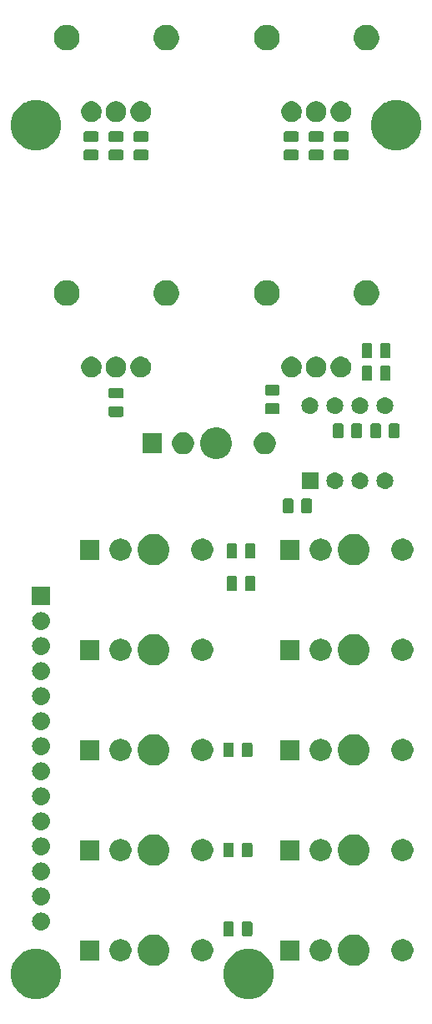
<source format=gbr>
G04 #@! TF.GenerationSoftware,KiCad,Pcbnew,(5.1.4-0-10_14)*
G04 #@! TF.CreationDate,2019-10-08T20:59:58-07:00*
G04 #@! TF.ProjectId,VCO_IO,56434f5f-494f-42e6-9b69-6361645f7063,rev?*
G04 #@! TF.SameCoordinates,Original*
G04 #@! TF.FileFunction,Soldermask,Bot*
G04 #@! TF.FilePolarity,Negative*
%FSLAX46Y46*%
G04 Gerber Fmt 4.6, Leading zero omitted, Abs format (unit mm)*
G04 Created by KiCad (PCBNEW (5.1.4-0-10_14)) date 2019-10-08 20:59:58*
%MOMM*%
%LPD*%
G04 APERTURE LIST*
%ADD10C,0.100000*%
G04 APERTURE END LIST*
D10*
G36*
X92946098Y-154265033D02*
G01*
X93307948Y-154414916D01*
X93410352Y-154457333D01*
X93828168Y-154736509D01*
X94183491Y-155091832D01*
X94339675Y-155325578D01*
X94462668Y-155509650D01*
X94654967Y-155973902D01*
X94753000Y-156466747D01*
X94753000Y-156969253D01*
X94654967Y-157462098D01*
X94462668Y-157926350D01*
X94462667Y-157926352D01*
X94183491Y-158344168D01*
X93828168Y-158699491D01*
X93410352Y-158978667D01*
X93410351Y-158978668D01*
X93410350Y-158978668D01*
X92946098Y-159170967D01*
X92453253Y-159269000D01*
X91950747Y-159269000D01*
X91457902Y-159170967D01*
X90993650Y-158978668D01*
X90993649Y-158978668D01*
X90993648Y-158978667D01*
X90575832Y-158699491D01*
X90220509Y-158344168D01*
X89941333Y-157926352D01*
X89941332Y-157926350D01*
X89749033Y-157462098D01*
X89651000Y-156969253D01*
X89651000Y-156466747D01*
X89749033Y-155973902D01*
X89941332Y-155509650D01*
X90064325Y-155325578D01*
X90220509Y-155091832D01*
X90575832Y-154736509D01*
X90993648Y-154457333D01*
X91096052Y-154414916D01*
X91457902Y-154265033D01*
X91950747Y-154167000D01*
X92453253Y-154167000D01*
X92946098Y-154265033D01*
X92946098Y-154265033D01*
G37*
G36*
X71356098Y-154265033D02*
G01*
X71717948Y-154414916D01*
X71820352Y-154457333D01*
X72238168Y-154736509D01*
X72593491Y-155091832D01*
X72749675Y-155325578D01*
X72872668Y-155509650D01*
X73064967Y-155973902D01*
X73163000Y-156466747D01*
X73163000Y-156969253D01*
X73064967Y-157462098D01*
X72872668Y-157926350D01*
X72872667Y-157926352D01*
X72593491Y-158344168D01*
X72238168Y-158699491D01*
X71820352Y-158978667D01*
X71820351Y-158978668D01*
X71820350Y-158978668D01*
X71356098Y-159170967D01*
X70863253Y-159269000D01*
X70360747Y-159269000D01*
X69867902Y-159170967D01*
X69403650Y-158978668D01*
X69403649Y-158978668D01*
X69403648Y-158978667D01*
X68985832Y-158699491D01*
X68630509Y-158344168D01*
X68351333Y-157926352D01*
X68351332Y-157926350D01*
X68159033Y-157462098D01*
X68061000Y-156969253D01*
X68061000Y-156466747D01*
X68159033Y-155973902D01*
X68351332Y-155509650D01*
X68474325Y-155325578D01*
X68630509Y-155091832D01*
X68985832Y-154736509D01*
X69403648Y-154457333D01*
X69506052Y-154414916D01*
X69867902Y-154265033D01*
X70360747Y-154167000D01*
X70863253Y-154167000D01*
X71356098Y-154265033D01*
X71356098Y-154265033D01*
G37*
G36*
X103066217Y-152711665D02*
G01*
X103336995Y-152765525D01*
X103628358Y-152886212D01*
X103890578Y-153061422D01*
X104113578Y-153284422D01*
X104288788Y-153546642D01*
X104409475Y-153838005D01*
X104471000Y-154147315D01*
X104471000Y-154462685D01*
X104409475Y-154771995D01*
X104288788Y-155063358D01*
X104113578Y-155325578D01*
X103890578Y-155548578D01*
X103628358Y-155723788D01*
X103336995Y-155844475D01*
X103066217Y-155898335D01*
X103027686Y-155906000D01*
X102712314Y-155906000D01*
X102673783Y-155898335D01*
X102403005Y-155844475D01*
X102111642Y-155723788D01*
X101849422Y-155548578D01*
X101626422Y-155325578D01*
X101451212Y-155063358D01*
X101330525Y-154771995D01*
X101269000Y-154462685D01*
X101269000Y-154147315D01*
X101330525Y-153838005D01*
X101451212Y-153546642D01*
X101626422Y-153284422D01*
X101849422Y-153061422D01*
X102111642Y-152886212D01*
X102403005Y-152765525D01*
X102673783Y-152711665D01*
X102712314Y-152704000D01*
X103027686Y-152704000D01*
X103066217Y-152711665D01*
X103066217Y-152711665D01*
G37*
G36*
X82746217Y-152711665D02*
G01*
X83016995Y-152765525D01*
X83308358Y-152886212D01*
X83570578Y-153061422D01*
X83793578Y-153284422D01*
X83968788Y-153546642D01*
X84089475Y-153838005D01*
X84151000Y-154147315D01*
X84151000Y-154462685D01*
X84089475Y-154771995D01*
X83968788Y-155063358D01*
X83793578Y-155325578D01*
X83570578Y-155548578D01*
X83308358Y-155723788D01*
X83016995Y-155844475D01*
X82746217Y-155898335D01*
X82707686Y-155906000D01*
X82392314Y-155906000D01*
X82353783Y-155898335D01*
X82083005Y-155844475D01*
X81791642Y-155723788D01*
X81529422Y-155548578D01*
X81306422Y-155325578D01*
X81131212Y-155063358D01*
X81010525Y-154771995D01*
X80949000Y-154462685D01*
X80949000Y-154147315D01*
X81010525Y-153838005D01*
X81131212Y-153546642D01*
X81306422Y-153284422D01*
X81529422Y-153061422D01*
X81791642Y-152886212D01*
X82083005Y-152765525D01*
X82353783Y-152711665D01*
X82392314Y-152704000D01*
X82707686Y-152704000D01*
X82746217Y-152711665D01*
X82746217Y-152711665D01*
G37*
G36*
X108073655Y-153217591D02*
G01*
X108145525Y-153231887D01*
X108348624Y-153316013D01*
X108531409Y-153438146D01*
X108686854Y-153593591D01*
X108808987Y-153776376D01*
X108893113Y-153979475D01*
X108936000Y-154195084D01*
X108936000Y-154414916D01*
X108893113Y-154630525D01*
X108808987Y-154833624D01*
X108686854Y-155016409D01*
X108531409Y-155171854D01*
X108348624Y-155293987D01*
X108145525Y-155378113D01*
X108073655Y-155392409D01*
X107929918Y-155421000D01*
X107710082Y-155421000D01*
X107566345Y-155392409D01*
X107494475Y-155378113D01*
X107291376Y-155293987D01*
X107108591Y-155171854D01*
X106953146Y-155016409D01*
X106831013Y-154833624D01*
X106746887Y-154630525D01*
X106704000Y-154414916D01*
X106704000Y-154195084D01*
X106746887Y-153979475D01*
X106831013Y-153776376D01*
X106953146Y-153593591D01*
X107108591Y-153438146D01*
X107291376Y-153316013D01*
X107494475Y-153231887D01*
X107566345Y-153217591D01*
X107710082Y-153189000D01*
X107929918Y-153189000D01*
X108073655Y-153217591D01*
X108073655Y-153217591D01*
G37*
G36*
X99773655Y-153217591D02*
G01*
X99845525Y-153231887D01*
X100048624Y-153316013D01*
X100231409Y-153438146D01*
X100386854Y-153593591D01*
X100508987Y-153776376D01*
X100593113Y-153979475D01*
X100636000Y-154195084D01*
X100636000Y-154414916D01*
X100593113Y-154630525D01*
X100508987Y-154833624D01*
X100386854Y-155016409D01*
X100231409Y-155171854D01*
X100048624Y-155293987D01*
X99845525Y-155378113D01*
X99773655Y-155392409D01*
X99629918Y-155421000D01*
X99410082Y-155421000D01*
X99266345Y-155392409D01*
X99194475Y-155378113D01*
X98991376Y-155293987D01*
X98808591Y-155171854D01*
X98653146Y-155016409D01*
X98531013Y-154833624D01*
X98446887Y-154630525D01*
X98404000Y-154414916D01*
X98404000Y-154195084D01*
X98446887Y-153979475D01*
X98531013Y-153776376D01*
X98653146Y-153593591D01*
X98808591Y-153438146D01*
X98991376Y-153316013D01*
X99194475Y-153231887D01*
X99266345Y-153217591D01*
X99410082Y-153189000D01*
X99629918Y-153189000D01*
X99773655Y-153217591D01*
X99773655Y-153217591D01*
G37*
G36*
X87753655Y-153217591D02*
G01*
X87825525Y-153231887D01*
X88028624Y-153316013D01*
X88211409Y-153438146D01*
X88366854Y-153593591D01*
X88488987Y-153776376D01*
X88573113Y-153979475D01*
X88616000Y-154195084D01*
X88616000Y-154414916D01*
X88573113Y-154630525D01*
X88488987Y-154833624D01*
X88366854Y-155016409D01*
X88211409Y-155171854D01*
X88028624Y-155293987D01*
X87825525Y-155378113D01*
X87753655Y-155392409D01*
X87609918Y-155421000D01*
X87390082Y-155421000D01*
X87246345Y-155392409D01*
X87174475Y-155378113D01*
X86971376Y-155293987D01*
X86788591Y-155171854D01*
X86633146Y-155016409D01*
X86511013Y-154833624D01*
X86426887Y-154630525D01*
X86384000Y-154414916D01*
X86384000Y-154195084D01*
X86426887Y-153979475D01*
X86511013Y-153776376D01*
X86633146Y-153593591D01*
X86788591Y-153438146D01*
X86971376Y-153316013D01*
X87174475Y-153231887D01*
X87246345Y-153217591D01*
X87390082Y-153189000D01*
X87609918Y-153189000D01*
X87753655Y-153217591D01*
X87753655Y-153217591D01*
G37*
G36*
X79453655Y-153217591D02*
G01*
X79525525Y-153231887D01*
X79728624Y-153316013D01*
X79911409Y-153438146D01*
X80066854Y-153593591D01*
X80188987Y-153776376D01*
X80273113Y-153979475D01*
X80316000Y-154195084D01*
X80316000Y-154414916D01*
X80273113Y-154630525D01*
X80188987Y-154833624D01*
X80066854Y-155016409D01*
X79911409Y-155171854D01*
X79728624Y-155293987D01*
X79525525Y-155378113D01*
X79453655Y-155392409D01*
X79309918Y-155421000D01*
X79090082Y-155421000D01*
X78946345Y-155392409D01*
X78874475Y-155378113D01*
X78671376Y-155293987D01*
X78488591Y-155171854D01*
X78333146Y-155016409D01*
X78211013Y-154833624D01*
X78126887Y-154630525D01*
X78084000Y-154414916D01*
X78084000Y-154195084D01*
X78126887Y-153979475D01*
X78211013Y-153776376D01*
X78333146Y-153593591D01*
X78488591Y-153438146D01*
X78671376Y-153316013D01*
X78874475Y-153231887D01*
X78946345Y-153217591D01*
X79090082Y-153189000D01*
X79309918Y-153189000D01*
X79453655Y-153217591D01*
X79453655Y-153217591D01*
G37*
G36*
X97386000Y-155321000D02*
G01*
X95454000Y-155321000D01*
X95454000Y-153289000D01*
X97386000Y-153289000D01*
X97386000Y-155321000D01*
X97386000Y-155321000D01*
G37*
G36*
X77066000Y-155321000D02*
G01*
X75134000Y-155321000D01*
X75134000Y-153289000D01*
X77066000Y-153289000D01*
X77066000Y-155321000D01*
X77066000Y-155321000D01*
G37*
G36*
X90541968Y-151399565D02*
G01*
X90580638Y-151411296D01*
X90616277Y-151430346D01*
X90647517Y-151455983D01*
X90673154Y-151487223D01*
X90692204Y-151522862D01*
X90703935Y-151561532D01*
X90708500Y-151607888D01*
X90708500Y-152684112D01*
X90703935Y-152730468D01*
X90692204Y-152769138D01*
X90673154Y-152804777D01*
X90647517Y-152836017D01*
X90616277Y-152861654D01*
X90580638Y-152880704D01*
X90541968Y-152892435D01*
X90495612Y-152897000D01*
X89844388Y-152897000D01*
X89798032Y-152892435D01*
X89759362Y-152880704D01*
X89723723Y-152861654D01*
X89692483Y-152836017D01*
X89666846Y-152804777D01*
X89647796Y-152769138D01*
X89636065Y-152730468D01*
X89631500Y-152684112D01*
X89631500Y-151607888D01*
X89636065Y-151561532D01*
X89647796Y-151522862D01*
X89666846Y-151487223D01*
X89692483Y-151455983D01*
X89723723Y-151430346D01*
X89759362Y-151411296D01*
X89798032Y-151399565D01*
X89844388Y-151395000D01*
X90495612Y-151395000D01*
X90541968Y-151399565D01*
X90541968Y-151399565D01*
G37*
G36*
X92416968Y-151399565D02*
G01*
X92455638Y-151411296D01*
X92491277Y-151430346D01*
X92522517Y-151455983D01*
X92548154Y-151487223D01*
X92567204Y-151522862D01*
X92578935Y-151561532D01*
X92583500Y-151607888D01*
X92583500Y-152684112D01*
X92578935Y-152730468D01*
X92567204Y-152769138D01*
X92548154Y-152804777D01*
X92522517Y-152836017D01*
X92491277Y-152861654D01*
X92455638Y-152880704D01*
X92416968Y-152892435D01*
X92370612Y-152897000D01*
X91719388Y-152897000D01*
X91673032Y-152892435D01*
X91634362Y-152880704D01*
X91598723Y-152861654D01*
X91567483Y-152836017D01*
X91541846Y-152804777D01*
X91522796Y-152769138D01*
X91511065Y-152730468D01*
X91506500Y-152684112D01*
X91506500Y-151607888D01*
X91511065Y-151561532D01*
X91522796Y-151522862D01*
X91541846Y-151487223D01*
X91567483Y-151455983D01*
X91598723Y-151430346D01*
X91634362Y-151411296D01*
X91673032Y-151399565D01*
X91719388Y-151395000D01*
X92370612Y-151395000D01*
X92416968Y-151399565D01*
X92416968Y-151399565D01*
G37*
G36*
X71230442Y-150489518D02*
G01*
X71296627Y-150496037D01*
X71466466Y-150547557D01*
X71622991Y-150631222D01*
X71658729Y-150660552D01*
X71760186Y-150743814D01*
X71843448Y-150845271D01*
X71872778Y-150881009D01*
X71956443Y-151037534D01*
X72007963Y-151207373D01*
X72025359Y-151384000D01*
X72007963Y-151560627D01*
X71956443Y-151730466D01*
X71872778Y-151886991D01*
X71843448Y-151922729D01*
X71760186Y-152024186D01*
X71658729Y-152107448D01*
X71622991Y-152136778D01*
X71466466Y-152220443D01*
X71296627Y-152271963D01*
X71230443Y-152278481D01*
X71164260Y-152285000D01*
X71075740Y-152285000D01*
X71009557Y-152278481D01*
X70943373Y-152271963D01*
X70773534Y-152220443D01*
X70617009Y-152136778D01*
X70581271Y-152107448D01*
X70479814Y-152024186D01*
X70396552Y-151922729D01*
X70367222Y-151886991D01*
X70283557Y-151730466D01*
X70232037Y-151560627D01*
X70214641Y-151384000D01*
X70232037Y-151207373D01*
X70283557Y-151037534D01*
X70367222Y-150881009D01*
X70396552Y-150845271D01*
X70479814Y-150743814D01*
X70581271Y-150660552D01*
X70617009Y-150631222D01*
X70773534Y-150547557D01*
X70943373Y-150496037D01*
X71009558Y-150489518D01*
X71075740Y-150483000D01*
X71164260Y-150483000D01*
X71230442Y-150489518D01*
X71230442Y-150489518D01*
G37*
G36*
X71230442Y-147949518D02*
G01*
X71296627Y-147956037D01*
X71466466Y-148007557D01*
X71622991Y-148091222D01*
X71658729Y-148120552D01*
X71760186Y-148203814D01*
X71843448Y-148305271D01*
X71872778Y-148341009D01*
X71956443Y-148497534D01*
X72007963Y-148667373D01*
X72025359Y-148844000D01*
X72007963Y-149020627D01*
X71956443Y-149190466D01*
X71872778Y-149346991D01*
X71843448Y-149382729D01*
X71760186Y-149484186D01*
X71658729Y-149567448D01*
X71622991Y-149596778D01*
X71466466Y-149680443D01*
X71296627Y-149731963D01*
X71230442Y-149738482D01*
X71164260Y-149745000D01*
X71075740Y-149745000D01*
X71009558Y-149738482D01*
X70943373Y-149731963D01*
X70773534Y-149680443D01*
X70617009Y-149596778D01*
X70581271Y-149567448D01*
X70479814Y-149484186D01*
X70396552Y-149382729D01*
X70367222Y-149346991D01*
X70283557Y-149190466D01*
X70232037Y-149020627D01*
X70214641Y-148844000D01*
X70232037Y-148667373D01*
X70283557Y-148497534D01*
X70367222Y-148341009D01*
X70396552Y-148305271D01*
X70479814Y-148203814D01*
X70581271Y-148120552D01*
X70617009Y-148091222D01*
X70773534Y-148007557D01*
X70943373Y-147956037D01*
X71009558Y-147949518D01*
X71075740Y-147943000D01*
X71164260Y-147943000D01*
X71230442Y-147949518D01*
X71230442Y-147949518D01*
G37*
G36*
X71230443Y-145409519D02*
G01*
X71296627Y-145416037D01*
X71466466Y-145467557D01*
X71622991Y-145551222D01*
X71658729Y-145580552D01*
X71760186Y-145663814D01*
X71827633Y-145746000D01*
X71872778Y-145801009D01*
X71956443Y-145957534D01*
X72007963Y-146127373D01*
X72025359Y-146304000D01*
X72007963Y-146480627D01*
X71956443Y-146650466D01*
X71872778Y-146806991D01*
X71843448Y-146842729D01*
X71760186Y-146944186D01*
X71658729Y-147027448D01*
X71622991Y-147056778D01*
X71466466Y-147140443D01*
X71296627Y-147191963D01*
X71230442Y-147198482D01*
X71164260Y-147205000D01*
X71075740Y-147205000D01*
X71009558Y-147198482D01*
X70943373Y-147191963D01*
X70773534Y-147140443D01*
X70617009Y-147056778D01*
X70581271Y-147027448D01*
X70479814Y-146944186D01*
X70396552Y-146842729D01*
X70367222Y-146806991D01*
X70283557Y-146650466D01*
X70232037Y-146480627D01*
X70214641Y-146304000D01*
X70232037Y-146127373D01*
X70283557Y-145957534D01*
X70367222Y-145801009D01*
X70412367Y-145746000D01*
X70479814Y-145663814D01*
X70581271Y-145580552D01*
X70617009Y-145551222D01*
X70773534Y-145467557D01*
X70943373Y-145416037D01*
X71009557Y-145409519D01*
X71075740Y-145403000D01*
X71164260Y-145403000D01*
X71230443Y-145409519D01*
X71230443Y-145409519D01*
G37*
G36*
X103066217Y-142551665D02*
G01*
X103336995Y-142605525D01*
X103628358Y-142726212D01*
X103890578Y-142901422D01*
X104113578Y-143124422D01*
X104288788Y-143386642D01*
X104409475Y-143678005D01*
X104471000Y-143987315D01*
X104471000Y-144302685D01*
X104409475Y-144611995D01*
X104288788Y-144903358D01*
X104113578Y-145165578D01*
X103890578Y-145388578D01*
X103628358Y-145563788D01*
X103336995Y-145684475D01*
X103066217Y-145738335D01*
X103027686Y-145746000D01*
X102712314Y-145746000D01*
X102673783Y-145738335D01*
X102403005Y-145684475D01*
X102111642Y-145563788D01*
X101849422Y-145388578D01*
X101626422Y-145165578D01*
X101451212Y-144903358D01*
X101330525Y-144611995D01*
X101269000Y-144302685D01*
X101269000Y-143987315D01*
X101330525Y-143678005D01*
X101451212Y-143386642D01*
X101626422Y-143124422D01*
X101849422Y-142901422D01*
X102111642Y-142726212D01*
X102403005Y-142605525D01*
X102673783Y-142551665D01*
X102712314Y-142544000D01*
X103027686Y-142544000D01*
X103066217Y-142551665D01*
X103066217Y-142551665D01*
G37*
G36*
X82746217Y-142551665D02*
G01*
X83016995Y-142605525D01*
X83308358Y-142726212D01*
X83570578Y-142901422D01*
X83793578Y-143124422D01*
X83968788Y-143386642D01*
X84089475Y-143678005D01*
X84151000Y-143987315D01*
X84151000Y-144302685D01*
X84089475Y-144611995D01*
X83968788Y-144903358D01*
X83793578Y-145165578D01*
X83570578Y-145388578D01*
X83308358Y-145563788D01*
X83016995Y-145684475D01*
X82746217Y-145738335D01*
X82707686Y-145746000D01*
X82392314Y-145746000D01*
X82353783Y-145738335D01*
X82083005Y-145684475D01*
X81791642Y-145563788D01*
X81529422Y-145388578D01*
X81306422Y-145165578D01*
X81131212Y-144903358D01*
X81010525Y-144611995D01*
X80949000Y-144302685D01*
X80949000Y-143987315D01*
X81010525Y-143678005D01*
X81131212Y-143386642D01*
X81306422Y-143124422D01*
X81529422Y-142901422D01*
X81791642Y-142726212D01*
X82083005Y-142605525D01*
X82353783Y-142551665D01*
X82392314Y-142544000D01*
X82707686Y-142544000D01*
X82746217Y-142551665D01*
X82746217Y-142551665D01*
G37*
G36*
X99773655Y-143057591D02*
G01*
X99845525Y-143071887D01*
X100048624Y-143156013D01*
X100231409Y-143278146D01*
X100386854Y-143433591D01*
X100508987Y-143616376D01*
X100593113Y-143819475D01*
X100593113Y-143819476D01*
X100636000Y-144035082D01*
X100636000Y-144254918D01*
X100626498Y-144302685D01*
X100593113Y-144470525D01*
X100508987Y-144673624D01*
X100386854Y-144856409D01*
X100231409Y-145011854D01*
X100048624Y-145133987D01*
X99845525Y-145218113D01*
X99773655Y-145232409D01*
X99629918Y-145261000D01*
X99410082Y-145261000D01*
X99266345Y-145232409D01*
X99194475Y-145218113D01*
X98991376Y-145133987D01*
X98808591Y-145011854D01*
X98653146Y-144856409D01*
X98531013Y-144673624D01*
X98446887Y-144470525D01*
X98413502Y-144302685D01*
X98404000Y-144254918D01*
X98404000Y-144035082D01*
X98446887Y-143819476D01*
X98446887Y-143819475D01*
X98531013Y-143616376D01*
X98653146Y-143433591D01*
X98808591Y-143278146D01*
X98991376Y-143156013D01*
X99194475Y-143071887D01*
X99266345Y-143057591D01*
X99410082Y-143029000D01*
X99629918Y-143029000D01*
X99773655Y-143057591D01*
X99773655Y-143057591D01*
G37*
G36*
X108073655Y-143057591D02*
G01*
X108145525Y-143071887D01*
X108348624Y-143156013D01*
X108531409Y-143278146D01*
X108686854Y-143433591D01*
X108808987Y-143616376D01*
X108893113Y-143819475D01*
X108893113Y-143819476D01*
X108936000Y-144035082D01*
X108936000Y-144254918D01*
X108926498Y-144302685D01*
X108893113Y-144470525D01*
X108808987Y-144673624D01*
X108686854Y-144856409D01*
X108531409Y-145011854D01*
X108348624Y-145133987D01*
X108145525Y-145218113D01*
X108073655Y-145232409D01*
X107929918Y-145261000D01*
X107710082Y-145261000D01*
X107566345Y-145232409D01*
X107494475Y-145218113D01*
X107291376Y-145133987D01*
X107108591Y-145011854D01*
X106953146Y-144856409D01*
X106831013Y-144673624D01*
X106746887Y-144470525D01*
X106713502Y-144302685D01*
X106704000Y-144254918D01*
X106704000Y-144035082D01*
X106746887Y-143819476D01*
X106746887Y-143819475D01*
X106831013Y-143616376D01*
X106953146Y-143433591D01*
X107108591Y-143278146D01*
X107291376Y-143156013D01*
X107494475Y-143071887D01*
X107566345Y-143057591D01*
X107710082Y-143029000D01*
X107929918Y-143029000D01*
X108073655Y-143057591D01*
X108073655Y-143057591D01*
G37*
G36*
X87753655Y-143057591D02*
G01*
X87825525Y-143071887D01*
X88028624Y-143156013D01*
X88211409Y-143278146D01*
X88366854Y-143433591D01*
X88488987Y-143616376D01*
X88573113Y-143819475D01*
X88573113Y-143819476D01*
X88616000Y-144035082D01*
X88616000Y-144254918D01*
X88606498Y-144302685D01*
X88573113Y-144470525D01*
X88488987Y-144673624D01*
X88366854Y-144856409D01*
X88211409Y-145011854D01*
X88028624Y-145133987D01*
X87825525Y-145218113D01*
X87753655Y-145232409D01*
X87609918Y-145261000D01*
X87390082Y-145261000D01*
X87246345Y-145232409D01*
X87174475Y-145218113D01*
X86971376Y-145133987D01*
X86788591Y-145011854D01*
X86633146Y-144856409D01*
X86511013Y-144673624D01*
X86426887Y-144470525D01*
X86393502Y-144302685D01*
X86384000Y-144254918D01*
X86384000Y-144035082D01*
X86426887Y-143819476D01*
X86426887Y-143819475D01*
X86511013Y-143616376D01*
X86633146Y-143433591D01*
X86788591Y-143278146D01*
X86971376Y-143156013D01*
X87174475Y-143071887D01*
X87246345Y-143057591D01*
X87390082Y-143029000D01*
X87609918Y-143029000D01*
X87753655Y-143057591D01*
X87753655Y-143057591D01*
G37*
G36*
X79453655Y-143057591D02*
G01*
X79525525Y-143071887D01*
X79728624Y-143156013D01*
X79911409Y-143278146D01*
X80066854Y-143433591D01*
X80188987Y-143616376D01*
X80273113Y-143819475D01*
X80273113Y-143819476D01*
X80316000Y-144035082D01*
X80316000Y-144254918D01*
X80306498Y-144302685D01*
X80273113Y-144470525D01*
X80188987Y-144673624D01*
X80066854Y-144856409D01*
X79911409Y-145011854D01*
X79728624Y-145133987D01*
X79525525Y-145218113D01*
X79453655Y-145232409D01*
X79309918Y-145261000D01*
X79090082Y-145261000D01*
X78946345Y-145232409D01*
X78874475Y-145218113D01*
X78671376Y-145133987D01*
X78488591Y-145011854D01*
X78333146Y-144856409D01*
X78211013Y-144673624D01*
X78126887Y-144470525D01*
X78093502Y-144302685D01*
X78084000Y-144254918D01*
X78084000Y-144035082D01*
X78126887Y-143819476D01*
X78126887Y-143819475D01*
X78211013Y-143616376D01*
X78333146Y-143433591D01*
X78488591Y-143278146D01*
X78671376Y-143156013D01*
X78874475Y-143071887D01*
X78946345Y-143057591D01*
X79090082Y-143029000D01*
X79309918Y-143029000D01*
X79453655Y-143057591D01*
X79453655Y-143057591D01*
G37*
G36*
X77066000Y-145161000D02*
G01*
X75134000Y-145161000D01*
X75134000Y-143129000D01*
X77066000Y-143129000D01*
X77066000Y-145161000D01*
X77066000Y-145161000D01*
G37*
G36*
X97386000Y-145161000D02*
G01*
X95454000Y-145161000D01*
X95454000Y-143129000D01*
X97386000Y-143129000D01*
X97386000Y-145161000D01*
X97386000Y-145161000D01*
G37*
G36*
X92416968Y-143398565D02*
G01*
X92455638Y-143410296D01*
X92491277Y-143429346D01*
X92522517Y-143454983D01*
X92548154Y-143486223D01*
X92567204Y-143521862D01*
X92578935Y-143560532D01*
X92583500Y-143606888D01*
X92583500Y-144683112D01*
X92578935Y-144729468D01*
X92567204Y-144768138D01*
X92548154Y-144803777D01*
X92522517Y-144835017D01*
X92491277Y-144860654D01*
X92455638Y-144879704D01*
X92416968Y-144891435D01*
X92370612Y-144896000D01*
X91719388Y-144896000D01*
X91673032Y-144891435D01*
X91634362Y-144879704D01*
X91598723Y-144860654D01*
X91567483Y-144835017D01*
X91541846Y-144803777D01*
X91522796Y-144768138D01*
X91511065Y-144729468D01*
X91506500Y-144683112D01*
X91506500Y-143606888D01*
X91511065Y-143560532D01*
X91522796Y-143521862D01*
X91541846Y-143486223D01*
X91567483Y-143454983D01*
X91598723Y-143429346D01*
X91634362Y-143410296D01*
X91673032Y-143398565D01*
X91719388Y-143394000D01*
X92370612Y-143394000D01*
X92416968Y-143398565D01*
X92416968Y-143398565D01*
G37*
G36*
X90541968Y-143398565D02*
G01*
X90580638Y-143410296D01*
X90616277Y-143429346D01*
X90647517Y-143454983D01*
X90673154Y-143486223D01*
X90692204Y-143521862D01*
X90703935Y-143560532D01*
X90708500Y-143606888D01*
X90708500Y-144683112D01*
X90703935Y-144729468D01*
X90692204Y-144768138D01*
X90673154Y-144803777D01*
X90647517Y-144835017D01*
X90616277Y-144860654D01*
X90580638Y-144879704D01*
X90541968Y-144891435D01*
X90495612Y-144896000D01*
X89844388Y-144896000D01*
X89798032Y-144891435D01*
X89759362Y-144879704D01*
X89723723Y-144860654D01*
X89692483Y-144835017D01*
X89666846Y-144803777D01*
X89647796Y-144768138D01*
X89636065Y-144729468D01*
X89631500Y-144683112D01*
X89631500Y-143606888D01*
X89636065Y-143560532D01*
X89647796Y-143521862D01*
X89666846Y-143486223D01*
X89692483Y-143454983D01*
X89723723Y-143429346D01*
X89759362Y-143410296D01*
X89798032Y-143398565D01*
X89844388Y-143394000D01*
X90495612Y-143394000D01*
X90541968Y-143398565D01*
X90541968Y-143398565D01*
G37*
G36*
X71230443Y-142869519D02*
G01*
X71296627Y-142876037D01*
X71466466Y-142927557D01*
X71622991Y-143011222D01*
X71644653Y-143029000D01*
X71760186Y-143123814D01*
X71843448Y-143225271D01*
X71872778Y-143261009D01*
X71956443Y-143417534D01*
X72007963Y-143587373D01*
X72025359Y-143764000D01*
X72007963Y-143940627D01*
X71956443Y-144110466D01*
X71872778Y-144266991D01*
X71843484Y-144302685D01*
X71760186Y-144404186D01*
X71679350Y-144470525D01*
X71622991Y-144516778D01*
X71466466Y-144600443D01*
X71296627Y-144651963D01*
X71230442Y-144658482D01*
X71164260Y-144665000D01*
X71075740Y-144665000D01*
X71009558Y-144658482D01*
X70943373Y-144651963D01*
X70773534Y-144600443D01*
X70617009Y-144516778D01*
X70560650Y-144470525D01*
X70479814Y-144404186D01*
X70396516Y-144302685D01*
X70367222Y-144266991D01*
X70283557Y-144110466D01*
X70232037Y-143940627D01*
X70214641Y-143764000D01*
X70232037Y-143587373D01*
X70283557Y-143417534D01*
X70367222Y-143261009D01*
X70396552Y-143225271D01*
X70479814Y-143123814D01*
X70595347Y-143029000D01*
X70617009Y-143011222D01*
X70773534Y-142927557D01*
X70943373Y-142876037D01*
X71009557Y-142869519D01*
X71075740Y-142863000D01*
X71164260Y-142863000D01*
X71230443Y-142869519D01*
X71230443Y-142869519D01*
G37*
G36*
X71230442Y-140329518D02*
G01*
X71296627Y-140336037D01*
X71466466Y-140387557D01*
X71622991Y-140471222D01*
X71658729Y-140500552D01*
X71760186Y-140583814D01*
X71843448Y-140685271D01*
X71872778Y-140721009D01*
X71956443Y-140877534D01*
X72007963Y-141047373D01*
X72025359Y-141224000D01*
X72007963Y-141400627D01*
X71956443Y-141570466D01*
X71872778Y-141726991D01*
X71843448Y-141762729D01*
X71760186Y-141864186D01*
X71658729Y-141947448D01*
X71622991Y-141976778D01*
X71466466Y-142060443D01*
X71296627Y-142111963D01*
X71230443Y-142118481D01*
X71164260Y-142125000D01*
X71075740Y-142125000D01*
X71009557Y-142118481D01*
X70943373Y-142111963D01*
X70773534Y-142060443D01*
X70617009Y-141976778D01*
X70581271Y-141947448D01*
X70479814Y-141864186D01*
X70396552Y-141762729D01*
X70367222Y-141726991D01*
X70283557Y-141570466D01*
X70232037Y-141400627D01*
X70214641Y-141224000D01*
X70232037Y-141047373D01*
X70283557Y-140877534D01*
X70367222Y-140721009D01*
X70396552Y-140685271D01*
X70479814Y-140583814D01*
X70581271Y-140500552D01*
X70617009Y-140471222D01*
X70773534Y-140387557D01*
X70943373Y-140336037D01*
X71009558Y-140329518D01*
X71075740Y-140323000D01*
X71164260Y-140323000D01*
X71230442Y-140329518D01*
X71230442Y-140329518D01*
G37*
G36*
X71230443Y-137789519D02*
G01*
X71296627Y-137796037D01*
X71466466Y-137847557D01*
X71622991Y-137931222D01*
X71658729Y-137960552D01*
X71760186Y-138043814D01*
X71843448Y-138145271D01*
X71872778Y-138181009D01*
X71956443Y-138337534D01*
X72007963Y-138507373D01*
X72025359Y-138684000D01*
X72007963Y-138860627D01*
X71956443Y-139030466D01*
X71872778Y-139186991D01*
X71843448Y-139222729D01*
X71760186Y-139324186D01*
X71658729Y-139407448D01*
X71622991Y-139436778D01*
X71466466Y-139520443D01*
X71296627Y-139571963D01*
X71230443Y-139578481D01*
X71164260Y-139585000D01*
X71075740Y-139585000D01*
X71009557Y-139578481D01*
X70943373Y-139571963D01*
X70773534Y-139520443D01*
X70617009Y-139436778D01*
X70581271Y-139407448D01*
X70479814Y-139324186D01*
X70396552Y-139222729D01*
X70367222Y-139186991D01*
X70283557Y-139030466D01*
X70232037Y-138860627D01*
X70214641Y-138684000D01*
X70232037Y-138507373D01*
X70283557Y-138337534D01*
X70367222Y-138181009D01*
X70396552Y-138145271D01*
X70479814Y-138043814D01*
X70581271Y-137960552D01*
X70617009Y-137931222D01*
X70773534Y-137847557D01*
X70943373Y-137796037D01*
X71009557Y-137789519D01*
X71075740Y-137783000D01*
X71164260Y-137783000D01*
X71230443Y-137789519D01*
X71230443Y-137789519D01*
G37*
G36*
X71230443Y-135249519D02*
G01*
X71296627Y-135256037D01*
X71466466Y-135307557D01*
X71622991Y-135391222D01*
X71658729Y-135420552D01*
X71760186Y-135503814D01*
X71827633Y-135586000D01*
X71872778Y-135641009D01*
X71956443Y-135797534D01*
X72007963Y-135967373D01*
X72025359Y-136144000D01*
X72007963Y-136320627D01*
X71956443Y-136490466D01*
X71872778Y-136646991D01*
X71843448Y-136682729D01*
X71760186Y-136784186D01*
X71658729Y-136867448D01*
X71622991Y-136896778D01*
X71466466Y-136980443D01*
X71296627Y-137031963D01*
X71230443Y-137038481D01*
X71164260Y-137045000D01*
X71075740Y-137045000D01*
X71009557Y-137038481D01*
X70943373Y-137031963D01*
X70773534Y-136980443D01*
X70617009Y-136896778D01*
X70581271Y-136867448D01*
X70479814Y-136784186D01*
X70396552Y-136682729D01*
X70367222Y-136646991D01*
X70283557Y-136490466D01*
X70232037Y-136320627D01*
X70214641Y-136144000D01*
X70232037Y-135967373D01*
X70283557Y-135797534D01*
X70367222Y-135641009D01*
X70412367Y-135586000D01*
X70479814Y-135503814D01*
X70581271Y-135420552D01*
X70617009Y-135391222D01*
X70773534Y-135307557D01*
X70943373Y-135256037D01*
X71009557Y-135249519D01*
X71075740Y-135243000D01*
X71164260Y-135243000D01*
X71230443Y-135249519D01*
X71230443Y-135249519D01*
G37*
G36*
X103066217Y-132391665D02*
G01*
X103336995Y-132445525D01*
X103628358Y-132566212D01*
X103890578Y-132741422D01*
X104113578Y-132964422D01*
X104288788Y-133226642D01*
X104409475Y-133518005D01*
X104471000Y-133827315D01*
X104471000Y-134142685D01*
X104409475Y-134451995D01*
X104288788Y-134743358D01*
X104113578Y-135005578D01*
X103890578Y-135228578D01*
X103628358Y-135403788D01*
X103336995Y-135524475D01*
X103066217Y-135578335D01*
X103027686Y-135586000D01*
X102712314Y-135586000D01*
X102673783Y-135578335D01*
X102403005Y-135524475D01*
X102111642Y-135403788D01*
X101849422Y-135228578D01*
X101626422Y-135005578D01*
X101451212Y-134743358D01*
X101330525Y-134451995D01*
X101269000Y-134142685D01*
X101269000Y-133827315D01*
X101330525Y-133518005D01*
X101451212Y-133226642D01*
X101626422Y-132964422D01*
X101849422Y-132741422D01*
X102111642Y-132566212D01*
X102403005Y-132445525D01*
X102673783Y-132391665D01*
X102712314Y-132384000D01*
X103027686Y-132384000D01*
X103066217Y-132391665D01*
X103066217Y-132391665D01*
G37*
G36*
X82746217Y-132391665D02*
G01*
X83016995Y-132445525D01*
X83308358Y-132566212D01*
X83570578Y-132741422D01*
X83793578Y-132964422D01*
X83968788Y-133226642D01*
X84089475Y-133518005D01*
X84151000Y-133827315D01*
X84151000Y-134142685D01*
X84089475Y-134451995D01*
X83968788Y-134743358D01*
X83793578Y-135005578D01*
X83570578Y-135228578D01*
X83308358Y-135403788D01*
X83016995Y-135524475D01*
X82746217Y-135578335D01*
X82707686Y-135586000D01*
X82392314Y-135586000D01*
X82353783Y-135578335D01*
X82083005Y-135524475D01*
X81791642Y-135403788D01*
X81529422Y-135228578D01*
X81306422Y-135005578D01*
X81131212Y-134743358D01*
X81010525Y-134451995D01*
X80949000Y-134142685D01*
X80949000Y-133827315D01*
X81010525Y-133518005D01*
X81131212Y-133226642D01*
X81306422Y-132964422D01*
X81529422Y-132741422D01*
X81791642Y-132566212D01*
X82083005Y-132445525D01*
X82353783Y-132391665D01*
X82392314Y-132384000D01*
X82707686Y-132384000D01*
X82746217Y-132391665D01*
X82746217Y-132391665D01*
G37*
G36*
X108073655Y-132897591D02*
G01*
X108145525Y-132911887D01*
X108348624Y-132996013D01*
X108531409Y-133118146D01*
X108686854Y-133273591D01*
X108808987Y-133456376D01*
X108893113Y-133659475D01*
X108893113Y-133659476D01*
X108936000Y-133875082D01*
X108936000Y-134094918D01*
X108926498Y-134142685D01*
X108893113Y-134310525D01*
X108808987Y-134513624D01*
X108686854Y-134696409D01*
X108531409Y-134851854D01*
X108348624Y-134973987D01*
X108145525Y-135058113D01*
X108073655Y-135072409D01*
X107929918Y-135101000D01*
X107710082Y-135101000D01*
X107566345Y-135072409D01*
X107494475Y-135058113D01*
X107291376Y-134973987D01*
X107108591Y-134851854D01*
X106953146Y-134696409D01*
X106831013Y-134513624D01*
X106746887Y-134310525D01*
X106713502Y-134142685D01*
X106704000Y-134094918D01*
X106704000Y-133875082D01*
X106746887Y-133659476D01*
X106746887Y-133659475D01*
X106831013Y-133456376D01*
X106953146Y-133273591D01*
X107108591Y-133118146D01*
X107291376Y-132996013D01*
X107494475Y-132911887D01*
X107566345Y-132897591D01*
X107710082Y-132869000D01*
X107929918Y-132869000D01*
X108073655Y-132897591D01*
X108073655Y-132897591D01*
G37*
G36*
X99773655Y-132897591D02*
G01*
X99845525Y-132911887D01*
X100048624Y-132996013D01*
X100231409Y-133118146D01*
X100386854Y-133273591D01*
X100508987Y-133456376D01*
X100593113Y-133659475D01*
X100593113Y-133659476D01*
X100636000Y-133875082D01*
X100636000Y-134094918D01*
X100626498Y-134142685D01*
X100593113Y-134310525D01*
X100508987Y-134513624D01*
X100386854Y-134696409D01*
X100231409Y-134851854D01*
X100048624Y-134973987D01*
X99845525Y-135058113D01*
X99773655Y-135072409D01*
X99629918Y-135101000D01*
X99410082Y-135101000D01*
X99266345Y-135072409D01*
X99194475Y-135058113D01*
X98991376Y-134973987D01*
X98808591Y-134851854D01*
X98653146Y-134696409D01*
X98531013Y-134513624D01*
X98446887Y-134310525D01*
X98413502Y-134142685D01*
X98404000Y-134094918D01*
X98404000Y-133875082D01*
X98446887Y-133659476D01*
X98446887Y-133659475D01*
X98531013Y-133456376D01*
X98653146Y-133273591D01*
X98808591Y-133118146D01*
X98991376Y-132996013D01*
X99194475Y-132911887D01*
X99266345Y-132897591D01*
X99410082Y-132869000D01*
X99629918Y-132869000D01*
X99773655Y-132897591D01*
X99773655Y-132897591D01*
G37*
G36*
X87753655Y-132897591D02*
G01*
X87825525Y-132911887D01*
X88028624Y-132996013D01*
X88211409Y-133118146D01*
X88366854Y-133273591D01*
X88488987Y-133456376D01*
X88573113Y-133659475D01*
X88573113Y-133659476D01*
X88616000Y-133875082D01*
X88616000Y-134094918D01*
X88606498Y-134142685D01*
X88573113Y-134310525D01*
X88488987Y-134513624D01*
X88366854Y-134696409D01*
X88211409Y-134851854D01*
X88028624Y-134973987D01*
X87825525Y-135058113D01*
X87753655Y-135072409D01*
X87609918Y-135101000D01*
X87390082Y-135101000D01*
X87246345Y-135072409D01*
X87174475Y-135058113D01*
X86971376Y-134973987D01*
X86788591Y-134851854D01*
X86633146Y-134696409D01*
X86511013Y-134513624D01*
X86426887Y-134310525D01*
X86393502Y-134142685D01*
X86384000Y-134094918D01*
X86384000Y-133875082D01*
X86426887Y-133659476D01*
X86426887Y-133659475D01*
X86511013Y-133456376D01*
X86633146Y-133273591D01*
X86788591Y-133118146D01*
X86971376Y-132996013D01*
X87174475Y-132911887D01*
X87246345Y-132897591D01*
X87390082Y-132869000D01*
X87609918Y-132869000D01*
X87753655Y-132897591D01*
X87753655Y-132897591D01*
G37*
G36*
X79453655Y-132897591D02*
G01*
X79525525Y-132911887D01*
X79728624Y-132996013D01*
X79911409Y-133118146D01*
X80066854Y-133273591D01*
X80188987Y-133456376D01*
X80273113Y-133659475D01*
X80273113Y-133659476D01*
X80316000Y-133875082D01*
X80316000Y-134094918D01*
X80306498Y-134142685D01*
X80273113Y-134310525D01*
X80188987Y-134513624D01*
X80066854Y-134696409D01*
X79911409Y-134851854D01*
X79728624Y-134973987D01*
X79525525Y-135058113D01*
X79453655Y-135072409D01*
X79309918Y-135101000D01*
X79090082Y-135101000D01*
X78946345Y-135072409D01*
X78874475Y-135058113D01*
X78671376Y-134973987D01*
X78488591Y-134851854D01*
X78333146Y-134696409D01*
X78211013Y-134513624D01*
X78126887Y-134310525D01*
X78093502Y-134142685D01*
X78084000Y-134094918D01*
X78084000Y-133875082D01*
X78126887Y-133659476D01*
X78126887Y-133659475D01*
X78211013Y-133456376D01*
X78333146Y-133273591D01*
X78488591Y-133118146D01*
X78671376Y-132996013D01*
X78874475Y-132911887D01*
X78946345Y-132897591D01*
X79090082Y-132869000D01*
X79309918Y-132869000D01*
X79453655Y-132897591D01*
X79453655Y-132897591D01*
G37*
G36*
X97386000Y-135001000D02*
G01*
X95454000Y-135001000D01*
X95454000Y-132969000D01*
X97386000Y-132969000D01*
X97386000Y-135001000D01*
X97386000Y-135001000D01*
G37*
G36*
X77066000Y-135001000D02*
G01*
X75134000Y-135001000D01*
X75134000Y-132969000D01*
X77066000Y-132969000D01*
X77066000Y-135001000D01*
X77066000Y-135001000D01*
G37*
G36*
X90541968Y-133238565D02*
G01*
X90580638Y-133250296D01*
X90616277Y-133269346D01*
X90647517Y-133294983D01*
X90673154Y-133326223D01*
X90692204Y-133361862D01*
X90703935Y-133400532D01*
X90708500Y-133446888D01*
X90708500Y-134523112D01*
X90703935Y-134569468D01*
X90692204Y-134608138D01*
X90673154Y-134643777D01*
X90647517Y-134675017D01*
X90616277Y-134700654D01*
X90580638Y-134719704D01*
X90541968Y-134731435D01*
X90495612Y-134736000D01*
X89844388Y-134736000D01*
X89798032Y-134731435D01*
X89759362Y-134719704D01*
X89723723Y-134700654D01*
X89692483Y-134675017D01*
X89666846Y-134643777D01*
X89647796Y-134608138D01*
X89636065Y-134569468D01*
X89631500Y-134523112D01*
X89631500Y-133446888D01*
X89636065Y-133400532D01*
X89647796Y-133361862D01*
X89666846Y-133326223D01*
X89692483Y-133294983D01*
X89723723Y-133269346D01*
X89759362Y-133250296D01*
X89798032Y-133238565D01*
X89844388Y-133234000D01*
X90495612Y-133234000D01*
X90541968Y-133238565D01*
X90541968Y-133238565D01*
G37*
G36*
X92416968Y-133238565D02*
G01*
X92455638Y-133250296D01*
X92491277Y-133269346D01*
X92522517Y-133294983D01*
X92548154Y-133326223D01*
X92567204Y-133361862D01*
X92578935Y-133400532D01*
X92583500Y-133446888D01*
X92583500Y-134523112D01*
X92578935Y-134569468D01*
X92567204Y-134608138D01*
X92548154Y-134643777D01*
X92522517Y-134675017D01*
X92491277Y-134700654D01*
X92455638Y-134719704D01*
X92416968Y-134731435D01*
X92370612Y-134736000D01*
X91719388Y-134736000D01*
X91673032Y-134731435D01*
X91634362Y-134719704D01*
X91598723Y-134700654D01*
X91567483Y-134675017D01*
X91541846Y-134643777D01*
X91522796Y-134608138D01*
X91511065Y-134569468D01*
X91506500Y-134523112D01*
X91506500Y-133446888D01*
X91511065Y-133400532D01*
X91522796Y-133361862D01*
X91541846Y-133326223D01*
X91567483Y-133294983D01*
X91598723Y-133269346D01*
X91634362Y-133250296D01*
X91673032Y-133238565D01*
X91719388Y-133234000D01*
X92370612Y-133234000D01*
X92416968Y-133238565D01*
X92416968Y-133238565D01*
G37*
G36*
X71230442Y-132709518D02*
G01*
X71296627Y-132716037D01*
X71466466Y-132767557D01*
X71622991Y-132851222D01*
X71644653Y-132869000D01*
X71760186Y-132963814D01*
X71843448Y-133065271D01*
X71872778Y-133101009D01*
X71956443Y-133257534D01*
X72007963Y-133427373D01*
X72025359Y-133604000D01*
X72007963Y-133780627D01*
X71956443Y-133950466D01*
X71872778Y-134106991D01*
X71843484Y-134142685D01*
X71760186Y-134244186D01*
X71679350Y-134310525D01*
X71622991Y-134356778D01*
X71466466Y-134440443D01*
X71296627Y-134491963D01*
X71230442Y-134498482D01*
X71164260Y-134505000D01*
X71075740Y-134505000D01*
X71009558Y-134498482D01*
X70943373Y-134491963D01*
X70773534Y-134440443D01*
X70617009Y-134356778D01*
X70560650Y-134310525D01*
X70479814Y-134244186D01*
X70396516Y-134142685D01*
X70367222Y-134106991D01*
X70283557Y-133950466D01*
X70232037Y-133780627D01*
X70214641Y-133604000D01*
X70232037Y-133427373D01*
X70283557Y-133257534D01*
X70367222Y-133101009D01*
X70396552Y-133065271D01*
X70479814Y-132963814D01*
X70595347Y-132869000D01*
X70617009Y-132851222D01*
X70773534Y-132767557D01*
X70943373Y-132716037D01*
X71009558Y-132709518D01*
X71075740Y-132703000D01*
X71164260Y-132703000D01*
X71230442Y-132709518D01*
X71230442Y-132709518D01*
G37*
G36*
X71230442Y-130169518D02*
G01*
X71296627Y-130176037D01*
X71466466Y-130227557D01*
X71622991Y-130311222D01*
X71658729Y-130340552D01*
X71760186Y-130423814D01*
X71843448Y-130525271D01*
X71872778Y-130561009D01*
X71956443Y-130717534D01*
X72007963Y-130887373D01*
X72025359Y-131064000D01*
X72007963Y-131240627D01*
X71956443Y-131410466D01*
X71872778Y-131566991D01*
X71843448Y-131602729D01*
X71760186Y-131704186D01*
X71658729Y-131787448D01*
X71622991Y-131816778D01*
X71466466Y-131900443D01*
X71296627Y-131951963D01*
X71230443Y-131958481D01*
X71164260Y-131965000D01*
X71075740Y-131965000D01*
X71009557Y-131958481D01*
X70943373Y-131951963D01*
X70773534Y-131900443D01*
X70617009Y-131816778D01*
X70581271Y-131787448D01*
X70479814Y-131704186D01*
X70396552Y-131602729D01*
X70367222Y-131566991D01*
X70283557Y-131410466D01*
X70232037Y-131240627D01*
X70214641Y-131064000D01*
X70232037Y-130887373D01*
X70283557Y-130717534D01*
X70367222Y-130561009D01*
X70396552Y-130525271D01*
X70479814Y-130423814D01*
X70581271Y-130340552D01*
X70617009Y-130311222D01*
X70773534Y-130227557D01*
X70943373Y-130176037D01*
X71009558Y-130169518D01*
X71075740Y-130163000D01*
X71164260Y-130163000D01*
X71230442Y-130169518D01*
X71230442Y-130169518D01*
G37*
G36*
X71230442Y-127629518D02*
G01*
X71296627Y-127636037D01*
X71466466Y-127687557D01*
X71622991Y-127771222D01*
X71658729Y-127800552D01*
X71760186Y-127883814D01*
X71843448Y-127985271D01*
X71872778Y-128021009D01*
X71956443Y-128177534D01*
X72007963Y-128347373D01*
X72025359Y-128524000D01*
X72007963Y-128700627D01*
X71956443Y-128870466D01*
X71872778Y-129026991D01*
X71843448Y-129062729D01*
X71760186Y-129164186D01*
X71658729Y-129247448D01*
X71622991Y-129276778D01*
X71466466Y-129360443D01*
X71296627Y-129411963D01*
X71230443Y-129418481D01*
X71164260Y-129425000D01*
X71075740Y-129425000D01*
X71009557Y-129418481D01*
X70943373Y-129411963D01*
X70773534Y-129360443D01*
X70617009Y-129276778D01*
X70581271Y-129247448D01*
X70479814Y-129164186D01*
X70396552Y-129062729D01*
X70367222Y-129026991D01*
X70283557Y-128870466D01*
X70232037Y-128700627D01*
X70214641Y-128524000D01*
X70232037Y-128347373D01*
X70283557Y-128177534D01*
X70367222Y-128021009D01*
X70396552Y-127985271D01*
X70479814Y-127883814D01*
X70581271Y-127800552D01*
X70617009Y-127771222D01*
X70773534Y-127687557D01*
X70943373Y-127636037D01*
X71009558Y-127629518D01*
X71075740Y-127623000D01*
X71164260Y-127623000D01*
X71230442Y-127629518D01*
X71230442Y-127629518D01*
G37*
G36*
X71230442Y-125089518D02*
G01*
X71296627Y-125096037D01*
X71466466Y-125147557D01*
X71622991Y-125231222D01*
X71658729Y-125260552D01*
X71760186Y-125343814D01*
X71827633Y-125426000D01*
X71872778Y-125481009D01*
X71956443Y-125637534D01*
X72007963Y-125807373D01*
X72025359Y-125984000D01*
X72007963Y-126160627D01*
X71956443Y-126330466D01*
X71872778Y-126486991D01*
X71843448Y-126522729D01*
X71760186Y-126624186D01*
X71658729Y-126707448D01*
X71622991Y-126736778D01*
X71466466Y-126820443D01*
X71296627Y-126871963D01*
X71230442Y-126878482D01*
X71164260Y-126885000D01*
X71075740Y-126885000D01*
X71009558Y-126878482D01*
X70943373Y-126871963D01*
X70773534Y-126820443D01*
X70617009Y-126736778D01*
X70581271Y-126707448D01*
X70479814Y-126624186D01*
X70396552Y-126522729D01*
X70367222Y-126486991D01*
X70283557Y-126330466D01*
X70232037Y-126160627D01*
X70214641Y-125984000D01*
X70232037Y-125807373D01*
X70283557Y-125637534D01*
X70367222Y-125481009D01*
X70412367Y-125426000D01*
X70479814Y-125343814D01*
X70581271Y-125260552D01*
X70617009Y-125231222D01*
X70773534Y-125147557D01*
X70943373Y-125096037D01*
X71009558Y-125089518D01*
X71075740Y-125083000D01*
X71164260Y-125083000D01*
X71230442Y-125089518D01*
X71230442Y-125089518D01*
G37*
G36*
X82746217Y-122231665D02*
G01*
X83016995Y-122285525D01*
X83308358Y-122406212D01*
X83570578Y-122581422D01*
X83793578Y-122804422D01*
X83968788Y-123066642D01*
X84089475Y-123358005D01*
X84151000Y-123667315D01*
X84151000Y-123982685D01*
X84089475Y-124291995D01*
X83968788Y-124583358D01*
X83793578Y-124845578D01*
X83570578Y-125068578D01*
X83308358Y-125243788D01*
X83016995Y-125364475D01*
X82746217Y-125418335D01*
X82707686Y-125426000D01*
X82392314Y-125426000D01*
X82353783Y-125418335D01*
X82083005Y-125364475D01*
X81791642Y-125243788D01*
X81529422Y-125068578D01*
X81306422Y-124845578D01*
X81131212Y-124583358D01*
X81010525Y-124291995D01*
X80949000Y-123982685D01*
X80949000Y-123667315D01*
X81010525Y-123358005D01*
X81131212Y-123066642D01*
X81306422Y-122804422D01*
X81529422Y-122581422D01*
X81791642Y-122406212D01*
X82083005Y-122285525D01*
X82353783Y-122231665D01*
X82392314Y-122224000D01*
X82707686Y-122224000D01*
X82746217Y-122231665D01*
X82746217Y-122231665D01*
G37*
G36*
X103066217Y-122231665D02*
G01*
X103336995Y-122285525D01*
X103628358Y-122406212D01*
X103890578Y-122581422D01*
X104113578Y-122804422D01*
X104288788Y-123066642D01*
X104409475Y-123358005D01*
X104471000Y-123667315D01*
X104471000Y-123982685D01*
X104409475Y-124291995D01*
X104288788Y-124583358D01*
X104113578Y-124845578D01*
X103890578Y-125068578D01*
X103628358Y-125243788D01*
X103336995Y-125364475D01*
X103066217Y-125418335D01*
X103027686Y-125426000D01*
X102712314Y-125426000D01*
X102673783Y-125418335D01*
X102403005Y-125364475D01*
X102111642Y-125243788D01*
X101849422Y-125068578D01*
X101626422Y-124845578D01*
X101451212Y-124583358D01*
X101330525Y-124291995D01*
X101269000Y-123982685D01*
X101269000Y-123667315D01*
X101330525Y-123358005D01*
X101451212Y-123066642D01*
X101626422Y-122804422D01*
X101849422Y-122581422D01*
X102111642Y-122406212D01*
X102403005Y-122285525D01*
X102673783Y-122231665D01*
X102712314Y-122224000D01*
X103027686Y-122224000D01*
X103066217Y-122231665D01*
X103066217Y-122231665D01*
G37*
G36*
X87753655Y-122737591D02*
G01*
X87825525Y-122751887D01*
X88028624Y-122836013D01*
X88211409Y-122958146D01*
X88366854Y-123113591D01*
X88488987Y-123296376D01*
X88573113Y-123499475D01*
X88573113Y-123499476D01*
X88616000Y-123715082D01*
X88616000Y-123934918D01*
X88606498Y-123982685D01*
X88573113Y-124150525D01*
X88488987Y-124353624D01*
X88366854Y-124536409D01*
X88211409Y-124691854D01*
X88028624Y-124813987D01*
X87825525Y-124898113D01*
X87753655Y-124912409D01*
X87609918Y-124941000D01*
X87390082Y-124941000D01*
X87246345Y-124912409D01*
X87174475Y-124898113D01*
X86971376Y-124813987D01*
X86788591Y-124691854D01*
X86633146Y-124536409D01*
X86511013Y-124353624D01*
X86426887Y-124150525D01*
X86393502Y-123982685D01*
X86384000Y-123934918D01*
X86384000Y-123715082D01*
X86426887Y-123499476D01*
X86426887Y-123499475D01*
X86511013Y-123296376D01*
X86633146Y-123113591D01*
X86788591Y-122958146D01*
X86971376Y-122836013D01*
X87174475Y-122751887D01*
X87246345Y-122737591D01*
X87390082Y-122709000D01*
X87609918Y-122709000D01*
X87753655Y-122737591D01*
X87753655Y-122737591D01*
G37*
G36*
X79453655Y-122737591D02*
G01*
X79525525Y-122751887D01*
X79728624Y-122836013D01*
X79911409Y-122958146D01*
X80066854Y-123113591D01*
X80188987Y-123296376D01*
X80273113Y-123499475D01*
X80273113Y-123499476D01*
X80316000Y-123715082D01*
X80316000Y-123934918D01*
X80306498Y-123982685D01*
X80273113Y-124150525D01*
X80188987Y-124353624D01*
X80066854Y-124536409D01*
X79911409Y-124691854D01*
X79728624Y-124813987D01*
X79525525Y-124898113D01*
X79453655Y-124912409D01*
X79309918Y-124941000D01*
X79090082Y-124941000D01*
X78946345Y-124912409D01*
X78874475Y-124898113D01*
X78671376Y-124813987D01*
X78488591Y-124691854D01*
X78333146Y-124536409D01*
X78211013Y-124353624D01*
X78126887Y-124150525D01*
X78093502Y-123982685D01*
X78084000Y-123934918D01*
X78084000Y-123715082D01*
X78126887Y-123499476D01*
X78126887Y-123499475D01*
X78211013Y-123296376D01*
X78333146Y-123113591D01*
X78488591Y-122958146D01*
X78671376Y-122836013D01*
X78874475Y-122751887D01*
X78946345Y-122737591D01*
X79090082Y-122709000D01*
X79309918Y-122709000D01*
X79453655Y-122737591D01*
X79453655Y-122737591D01*
G37*
G36*
X99773655Y-122737591D02*
G01*
X99845525Y-122751887D01*
X100048624Y-122836013D01*
X100231409Y-122958146D01*
X100386854Y-123113591D01*
X100508987Y-123296376D01*
X100593113Y-123499475D01*
X100593113Y-123499476D01*
X100636000Y-123715082D01*
X100636000Y-123934918D01*
X100626498Y-123982685D01*
X100593113Y-124150525D01*
X100508987Y-124353624D01*
X100386854Y-124536409D01*
X100231409Y-124691854D01*
X100048624Y-124813987D01*
X99845525Y-124898113D01*
X99773655Y-124912409D01*
X99629918Y-124941000D01*
X99410082Y-124941000D01*
X99266345Y-124912409D01*
X99194475Y-124898113D01*
X98991376Y-124813987D01*
X98808591Y-124691854D01*
X98653146Y-124536409D01*
X98531013Y-124353624D01*
X98446887Y-124150525D01*
X98413502Y-123982685D01*
X98404000Y-123934918D01*
X98404000Y-123715082D01*
X98446887Y-123499476D01*
X98446887Y-123499475D01*
X98531013Y-123296376D01*
X98653146Y-123113591D01*
X98808591Y-122958146D01*
X98991376Y-122836013D01*
X99194475Y-122751887D01*
X99266345Y-122737591D01*
X99410082Y-122709000D01*
X99629918Y-122709000D01*
X99773655Y-122737591D01*
X99773655Y-122737591D01*
G37*
G36*
X108073655Y-122737591D02*
G01*
X108145525Y-122751887D01*
X108348624Y-122836013D01*
X108531409Y-122958146D01*
X108686854Y-123113591D01*
X108808987Y-123296376D01*
X108893113Y-123499475D01*
X108893113Y-123499476D01*
X108936000Y-123715082D01*
X108936000Y-123934918D01*
X108926498Y-123982685D01*
X108893113Y-124150525D01*
X108808987Y-124353624D01*
X108686854Y-124536409D01*
X108531409Y-124691854D01*
X108348624Y-124813987D01*
X108145525Y-124898113D01*
X108073655Y-124912409D01*
X107929918Y-124941000D01*
X107710082Y-124941000D01*
X107566345Y-124912409D01*
X107494475Y-124898113D01*
X107291376Y-124813987D01*
X107108591Y-124691854D01*
X106953146Y-124536409D01*
X106831013Y-124353624D01*
X106746887Y-124150525D01*
X106713502Y-123982685D01*
X106704000Y-123934918D01*
X106704000Y-123715082D01*
X106746887Y-123499476D01*
X106746887Y-123499475D01*
X106831013Y-123296376D01*
X106953146Y-123113591D01*
X107108591Y-122958146D01*
X107291376Y-122836013D01*
X107494475Y-122751887D01*
X107566345Y-122737591D01*
X107710082Y-122709000D01*
X107929918Y-122709000D01*
X108073655Y-122737591D01*
X108073655Y-122737591D01*
G37*
G36*
X77066000Y-124841000D02*
G01*
X75134000Y-124841000D01*
X75134000Y-122809000D01*
X77066000Y-122809000D01*
X77066000Y-124841000D01*
X77066000Y-124841000D01*
G37*
G36*
X97386000Y-124841000D02*
G01*
X95454000Y-124841000D01*
X95454000Y-122809000D01*
X97386000Y-122809000D01*
X97386000Y-124841000D01*
X97386000Y-124841000D01*
G37*
G36*
X71230443Y-122549519D02*
G01*
X71296627Y-122556037D01*
X71466466Y-122607557D01*
X71622991Y-122691222D01*
X71644653Y-122709000D01*
X71760186Y-122803814D01*
X71843448Y-122905271D01*
X71872778Y-122941009D01*
X71956443Y-123097534D01*
X72007963Y-123267373D01*
X72025359Y-123444000D01*
X72007963Y-123620627D01*
X71956443Y-123790466D01*
X71872778Y-123946991D01*
X71843484Y-123982685D01*
X71760186Y-124084186D01*
X71679350Y-124150525D01*
X71622991Y-124196778D01*
X71466466Y-124280443D01*
X71296627Y-124331963D01*
X71230442Y-124338482D01*
X71164260Y-124345000D01*
X71075740Y-124345000D01*
X71009558Y-124338482D01*
X70943373Y-124331963D01*
X70773534Y-124280443D01*
X70617009Y-124196778D01*
X70560650Y-124150525D01*
X70479814Y-124084186D01*
X70396516Y-123982685D01*
X70367222Y-123946991D01*
X70283557Y-123790466D01*
X70232037Y-123620627D01*
X70214641Y-123444000D01*
X70232037Y-123267373D01*
X70283557Y-123097534D01*
X70367222Y-122941009D01*
X70396552Y-122905271D01*
X70479814Y-122803814D01*
X70595347Y-122709000D01*
X70617009Y-122691222D01*
X70773534Y-122607557D01*
X70943373Y-122556037D01*
X71009557Y-122549519D01*
X71075740Y-122543000D01*
X71164260Y-122543000D01*
X71230443Y-122549519D01*
X71230443Y-122549519D01*
G37*
G36*
X71230443Y-120009519D02*
G01*
X71296627Y-120016037D01*
X71466466Y-120067557D01*
X71622991Y-120151222D01*
X71658729Y-120180552D01*
X71760186Y-120263814D01*
X71843448Y-120365271D01*
X71872778Y-120401009D01*
X71956443Y-120557534D01*
X72007963Y-120727373D01*
X72025359Y-120904000D01*
X72007963Y-121080627D01*
X71956443Y-121250466D01*
X71872778Y-121406991D01*
X71843448Y-121442729D01*
X71760186Y-121544186D01*
X71658729Y-121627448D01*
X71622991Y-121656778D01*
X71466466Y-121740443D01*
X71296627Y-121791963D01*
X71230442Y-121798482D01*
X71164260Y-121805000D01*
X71075740Y-121805000D01*
X71009558Y-121798482D01*
X70943373Y-121791963D01*
X70773534Y-121740443D01*
X70617009Y-121656778D01*
X70581271Y-121627448D01*
X70479814Y-121544186D01*
X70396552Y-121442729D01*
X70367222Y-121406991D01*
X70283557Y-121250466D01*
X70232037Y-121080627D01*
X70214641Y-120904000D01*
X70232037Y-120727373D01*
X70283557Y-120557534D01*
X70367222Y-120401009D01*
X70396552Y-120365271D01*
X70479814Y-120263814D01*
X70581271Y-120180552D01*
X70617009Y-120151222D01*
X70773534Y-120067557D01*
X70943373Y-120016037D01*
X71009557Y-120009519D01*
X71075740Y-120003000D01*
X71164260Y-120003000D01*
X71230443Y-120009519D01*
X71230443Y-120009519D01*
G37*
G36*
X72021000Y-119265000D02*
G01*
X70219000Y-119265000D01*
X70219000Y-117463000D01*
X72021000Y-117463000D01*
X72021000Y-119265000D01*
X72021000Y-119265000D01*
G37*
G36*
X92749468Y-116347565D02*
G01*
X92788138Y-116359296D01*
X92823777Y-116378346D01*
X92855017Y-116403983D01*
X92880654Y-116435223D01*
X92899704Y-116470862D01*
X92911435Y-116509532D01*
X92916000Y-116555888D01*
X92916000Y-117632112D01*
X92911435Y-117678468D01*
X92899704Y-117717138D01*
X92880654Y-117752777D01*
X92855017Y-117784017D01*
X92823777Y-117809654D01*
X92788138Y-117828704D01*
X92749468Y-117840435D01*
X92703112Y-117845000D01*
X92051888Y-117845000D01*
X92005532Y-117840435D01*
X91966862Y-117828704D01*
X91931223Y-117809654D01*
X91899983Y-117784017D01*
X91874346Y-117752777D01*
X91855296Y-117717138D01*
X91843565Y-117678468D01*
X91839000Y-117632112D01*
X91839000Y-116555888D01*
X91843565Y-116509532D01*
X91855296Y-116470862D01*
X91874346Y-116435223D01*
X91899983Y-116403983D01*
X91931223Y-116378346D01*
X91966862Y-116359296D01*
X92005532Y-116347565D01*
X92051888Y-116343000D01*
X92703112Y-116343000D01*
X92749468Y-116347565D01*
X92749468Y-116347565D01*
G37*
G36*
X90874468Y-116347565D02*
G01*
X90913138Y-116359296D01*
X90948777Y-116378346D01*
X90980017Y-116403983D01*
X91005654Y-116435223D01*
X91024704Y-116470862D01*
X91036435Y-116509532D01*
X91041000Y-116555888D01*
X91041000Y-117632112D01*
X91036435Y-117678468D01*
X91024704Y-117717138D01*
X91005654Y-117752777D01*
X90980017Y-117784017D01*
X90948777Y-117809654D01*
X90913138Y-117828704D01*
X90874468Y-117840435D01*
X90828112Y-117845000D01*
X90176888Y-117845000D01*
X90130532Y-117840435D01*
X90091862Y-117828704D01*
X90056223Y-117809654D01*
X90024983Y-117784017D01*
X89999346Y-117752777D01*
X89980296Y-117717138D01*
X89968565Y-117678468D01*
X89964000Y-117632112D01*
X89964000Y-116555888D01*
X89968565Y-116509532D01*
X89980296Y-116470862D01*
X89999346Y-116435223D01*
X90024983Y-116403983D01*
X90056223Y-116378346D01*
X90091862Y-116359296D01*
X90130532Y-116347565D01*
X90176888Y-116343000D01*
X90828112Y-116343000D01*
X90874468Y-116347565D01*
X90874468Y-116347565D01*
G37*
G36*
X103066217Y-112071665D02*
G01*
X103336995Y-112125525D01*
X103628358Y-112246212D01*
X103890578Y-112421422D01*
X104113578Y-112644422D01*
X104288788Y-112906642D01*
X104409475Y-113198005D01*
X104471000Y-113507315D01*
X104471000Y-113822685D01*
X104409475Y-114131995D01*
X104288788Y-114423358D01*
X104113578Y-114685578D01*
X103890578Y-114908578D01*
X103628358Y-115083788D01*
X103336995Y-115204475D01*
X103066217Y-115258335D01*
X103027686Y-115266000D01*
X102712314Y-115266000D01*
X102673783Y-115258335D01*
X102403005Y-115204475D01*
X102111642Y-115083788D01*
X101849422Y-114908578D01*
X101626422Y-114685578D01*
X101451212Y-114423358D01*
X101330525Y-114131995D01*
X101269000Y-113822685D01*
X101269000Y-113507315D01*
X101330525Y-113198005D01*
X101451212Y-112906642D01*
X101626422Y-112644422D01*
X101849422Y-112421422D01*
X102111642Y-112246212D01*
X102403005Y-112125525D01*
X102673783Y-112071665D01*
X102712314Y-112064000D01*
X103027686Y-112064000D01*
X103066217Y-112071665D01*
X103066217Y-112071665D01*
G37*
G36*
X82746217Y-112071665D02*
G01*
X83016995Y-112125525D01*
X83308358Y-112246212D01*
X83570578Y-112421422D01*
X83793578Y-112644422D01*
X83968788Y-112906642D01*
X84089475Y-113198005D01*
X84151000Y-113507315D01*
X84151000Y-113822685D01*
X84089475Y-114131995D01*
X83968788Y-114423358D01*
X83793578Y-114685578D01*
X83570578Y-114908578D01*
X83308358Y-115083788D01*
X83016995Y-115204475D01*
X82746217Y-115258335D01*
X82707686Y-115266000D01*
X82392314Y-115266000D01*
X82353783Y-115258335D01*
X82083005Y-115204475D01*
X81791642Y-115083788D01*
X81529422Y-114908578D01*
X81306422Y-114685578D01*
X81131212Y-114423358D01*
X81010525Y-114131995D01*
X80949000Y-113822685D01*
X80949000Y-113507315D01*
X81010525Y-113198005D01*
X81131212Y-112906642D01*
X81306422Y-112644422D01*
X81529422Y-112421422D01*
X81791642Y-112246212D01*
X82083005Y-112125525D01*
X82353783Y-112071665D01*
X82392314Y-112064000D01*
X82707686Y-112064000D01*
X82746217Y-112071665D01*
X82746217Y-112071665D01*
G37*
G36*
X87753655Y-112577591D02*
G01*
X87825525Y-112591887D01*
X88028624Y-112676013D01*
X88211409Y-112798146D01*
X88366854Y-112953591D01*
X88488987Y-113136376D01*
X88573113Y-113339475D01*
X88616000Y-113555084D01*
X88616000Y-113774916D01*
X88573113Y-113990525D01*
X88488987Y-114193624D01*
X88366854Y-114376409D01*
X88211409Y-114531854D01*
X88028624Y-114653987D01*
X87825525Y-114738113D01*
X87753655Y-114752409D01*
X87609918Y-114781000D01*
X87390082Y-114781000D01*
X87246345Y-114752409D01*
X87174475Y-114738113D01*
X86971376Y-114653987D01*
X86788591Y-114531854D01*
X86633146Y-114376409D01*
X86511013Y-114193624D01*
X86426887Y-113990525D01*
X86384000Y-113774916D01*
X86384000Y-113555084D01*
X86426887Y-113339475D01*
X86511013Y-113136376D01*
X86633146Y-112953591D01*
X86788591Y-112798146D01*
X86971376Y-112676013D01*
X87174475Y-112591887D01*
X87246345Y-112577591D01*
X87390082Y-112549000D01*
X87609918Y-112549000D01*
X87753655Y-112577591D01*
X87753655Y-112577591D01*
G37*
G36*
X79453655Y-112577591D02*
G01*
X79525525Y-112591887D01*
X79728624Y-112676013D01*
X79911409Y-112798146D01*
X80066854Y-112953591D01*
X80188987Y-113136376D01*
X80273113Y-113339475D01*
X80316000Y-113555084D01*
X80316000Y-113774916D01*
X80273113Y-113990525D01*
X80188987Y-114193624D01*
X80066854Y-114376409D01*
X79911409Y-114531854D01*
X79728624Y-114653987D01*
X79525525Y-114738113D01*
X79453655Y-114752409D01*
X79309918Y-114781000D01*
X79090082Y-114781000D01*
X78946345Y-114752409D01*
X78874475Y-114738113D01*
X78671376Y-114653987D01*
X78488591Y-114531854D01*
X78333146Y-114376409D01*
X78211013Y-114193624D01*
X78126887Y-113990525D01*
X78084000Y-113774916D01*
X78084000Y-113555084D01*
X78126887Y-113339475D01*
X78211013Y-113136376D01*
X78333146Y-112953591D01*
X78488591Y-112798146D01*
X78671376Y-112676013D01*
X78874475Y-112591887D01*
X78946345Y-112577591D01*
X79090082Y-112549000D01*
X79309918Y-112549000D01*
X79453655Y-112577591D01*
X79453655Y-112577591D01*
G37*
G36*
X108073655Y-112577591D02*
G01*
X108145525Y-112591887D01*
X108348624Y-112676013D01*
X108531409Y-112798146D01*
X108686854Y-112953591D01*
X108808987Y-113136376D01*
X108893113Y-113339475D01*
X108936000Y-113555084D01*
X108936000Y-113774916D01*
X108893113Y-113990525D01*
X108808987Y-114193624D01*
X108686854Y-114376409D01*
X108531409Y-114531854D01*
X108348624Y-114653987D01*
X108145525Y-114738113D01*
X108073655Y-114752409D01*
X107929918Y-114781000D01*
X107710082Y-114781000D01*
X107566345Y-114752409D01*
X107494475Y-114738113D01*
X107291376Y-114653987D01*
X107108591Y-114531854D01*
X106953146Y-114376409D01*
X106831013Y-114193624D01*
X106746887Y-113990525D01*
X106704000Y-113774916D01*
X106704000Y-113555084D01*
X106746887Y-113339475D01*
X106831013Y-113136376D01*
X106953146Y-112953591D01*
X107108591Y-112798146D01*
X107291376Y-112676013D01*
X107494475Y-112591887D01*
X107566345Y-112577591D01*
X107710082Y-112549000D01*
X107929918Y-112549000D01*
X108073655Y-112577591D01*
X108073655Y-112577591D01*
G37*
G36*
X99773655Y-112577591D02*
G01*
X99845525Y-112591887D01*
X100048624Y-112676013D01*
X100231409Y-112798146D01*
X100386854Y-112953591D01*
X100508987Y-113136376D01*
X100593113Y-113339475D01*
X100636000Y-113555084D01*
X100636000Y-113774916D01*
X100593113Y-113990525D01*
X100508987Y-114193624D01*
X100386854Y-114376409D01*
X100231409Y-114531854D01*
X100048624Y-114653987D01*
X99845525Y-114738113D01*
X99773655Y-114752409D01*
X99629918Y-114781000D01*
X99410082Y-114781000D01*
X99266345Y-114752409D01*
X99194475Y-114738113D01*
X98991376Y-114653987D01*
X98808591Y-114531854D01*
X98653146Y-114376409D01*
X98531013Y-114193624D01*
X98446887Y-113990525D01*
X98404000Y-113774916D01*
X98404000Y-113555084D01*
X98446887Y-113339475D01*
X98531013Y-113136376D01*
X98653146Y-112953591D01*
X98808591Y-112798146D01*
X98991376Y-112676013D01*
X99194475Y-112591887D01*
X99266345Y-112577591D01*
X99410082Y-112549000D01*
X99629918Y-112549000D01*
X99773655Y-112577591D01*
X99773655Y-112577591D01*
G37*
G36*
X77066000Y-114681000D02*
G01*
X75134000Y-114681000D01*
X75134000Y-112649000D01*
X77066000Y-112649000D01*
X77066000Y-114681000D01*
X77066000Y-114681000D01*
G37*
G36*
X97386000Y-114681000D02*
G01*
X95454000Y-114681000D01*
X95454000Y-112649000D01*
X97386000Y-112649000D01*
X97386000Y-114681000D01*
X97386000Y-114681000D01*
G37*
G36*
X90874468Y-113045565D02*
G01*
X90913138Y-113057296D01*
X90948777Y-113076346D01*
X90980017Y-113101983D01*
X91005654Y-113133223D01*
X91024704Y-113168862D01*
X91036435Y-113207532D01*
X91041000Y-113253888D01*
X91041000Y-114330112D01*
X91036435Y-114376468D01*
X91024704Y-114415138D01*
X91005654Y-114450777D01*
X90980017Y-114482017D01*
X90948777Y-114507654D01*
X90913138Y-114526704D01*
X90874468Y-114538435D01*
X90828112Y-114543000D01*
X90176888Y-114543000D01*
X90130532Y-114538435D01*
X90091862Y-114526704D01*
X90056223Y-114507654D01*
X90024983Y-114482017D01*
X89999346Y-114450777D01*
X89980296Y-114415138D01*
X89968565Y-114376468D01*
X89964000Y-114330112D01*
X89964000Y-113253888D01*
X89968565Y-113207532D01*
X89980296Y-113168862D01*
X89999346Y-113133223D01*
X90024983Y-113101983D01*
X90056223Y-113076346D01*
X90091862Y-113057296D01*
X90130532Y-113045565D01*
X90176888Y-113041000D01*
X90828112Y-113041000D01*
X90874468Y-113045565D01*
X90874468Y-113045565D01*
G37*
G36*
X92749468Y-113045565D02*
G01*
X92788138Y-113057296D01*
X92823777Y-113076346D01*
X92855017Y-113101983D01*
X92880654Y-113133223D01*
X92899704Y-113168862D01*
X92911435Y-113207532D01*
X92916000Y-113253888D01*
X92916000Y-114330112D01*
X92911435Y-114376468D01*
X92899704Y-114415138D01*
X92880654Y-114450777D01*
X92855017Y-114482017D01*
X92823777Y-114507654D01*
X92788138Y-114526704D01*
X92749468Y-114538435D01*
X92703112Y-114543000D01*
X92051888Y-114543000D01*
X92005532Y-114538435D01*
X91966862Y-114526704D01*
X91931223Y-114507654D01*
X91899983Y-114482017D01*
X91874346Y-114450777D01*
X91855296Y-114415138D01*
X91843565Y-114376468D01*
X91839000Y-114330112D01*
X91839000Y-113253888D01*
X91843565Y-113207532D01*
X91855296Y-113168862D01*
X91874346Y-113133223D01*
X91899983Y-113101983D01*
X91931223Y-113076346D01*
X91966862Y-113057296D01*
X92005532Y-113045565D01*
X92051888Y-113041000D01*
X92703112Y-113041000D01*
X92749468Y-113045565D01*
X92749468Y-113045565D01*
G37*
G36*
X98464468Y-108473565D02*
G01*
X98503138Y-108485296D01*
X98538777Y-108504346D01*
X98570017Y-108529983D01*
X98595654Y-108561223D01*
X98614704Y-108596862D01*
X98626435Y-108635532D01*
X98631000Y-108681888D01*
X98631000Y-109758112D01*
X98626435Y-109804468D01*
X98614704Y-109843138D01*
X98595654Y-109878777D01*
X98570017Y-109910017D01*
X98538777Y-109935654D01*
X98503138Y-109954704D01*
X98464468Y-109966435D01*
X98418112Y-109971000D01*
X97766888Y-109971000D01*
X97720532Y-109966435D01*
X97681862Y-109954704D01*
X97646223Y-109935654D01*
X97614983Y-109910017D01*
X97589346Y-109878777D01*
X97570296Y-109843138D01*
X97558565Y-109804468D01*
X97554000Y-109758112D01*
X97554000Y-108681888D01*
X97558565Y-108635532D01*
X97570296Y-108596862D01*
X97589346Y-108561223D01*
X97614983Y-108529983D01*
X97646223Y-108504346D01*
X97681862Y-108485296D01*
X97720532Y-108473565D01*
X97766888Y-108469000D01*
X98418112Y-108469000D01*
X98464468Y-108473565D01*
X98464468Y-108473565D01*
G37*
G36*
X96589468Y-108473565D02*
G01*
X96628138Y-108485296D01*
X96663777Y-108504346D01*
X96695017Y-108529983D01*
X96720654Y-108561223D01*
X96739704Y-108596862D01*
X96751435Y-108635532D01*
X96756000Y-108681888D01*
X96756000Y-109758112D01*
X96751435Y-109804468D01*
X96739704Y-109843138D01*
X96720654Y-109878777D01*
X96695017Y-109910017D01*
X96663777Y-109935654D01*
X96628138Y-109954704D01*
X96589468Y-109966435D01*
X96543112Y-109971000D01*
X95891888Y-109971000D01*
X95845532Y-109966435D01*
X95806862Y-109954704D01*
X95771223Y-109935654D01*
X95739983Y-109910017D01*
X95714346Y-109878777D01*
X95695296Y-109843138D01*
X95683565Y-109804468D01*
X95679000Y-109758112D01*
X95679000Y-108681888D01*
X95683565Y-108635532D01*
X95695296Y-108596862D01*
X95714346Y-108561223D01*
X95739983Y-108529983D01*
X95771223Y-108504346D01*
X95806862Y-108485296D01*
X95845532Y-108473565D01*
X95891888Y-108469000D01*
X96543112Y-108469000D01*
X96589468Y-108473565D01*
X96589468Y-108473565D01*
G37*
G36*
X103671823Y-105841313D02*
G01*
X103832242Y-105889976D01*
X103964906Y-105960886D01*
X103980078Y-105968996D01*
X104109659Y-106075341D01*
X104216004Y-106204922D01*
X104216005Y-106204924D01*
X104295024Y-106352758D01*
X104343687Y-106513177D01*
X104360117Y-106680000D01*
X104343687Y-106846823D01*
X104295024Y-107007242D01*
X104224114Y-107139906D01*
X104216004Y-107155078D01*
X104109659Y-107284659D01*
X103980078Y-107391004D01*
X103980076Y-107391005D01*
X103832242Y-107470024D01*
X103671823Y-107518687D01*
X103546804Y-107531000D01*
X103463196Y-107531000D01*
X103338177Y-107518687D01*
X103177758Y-107470024D01*
X103029924Y-107391005D01*
X103029922Y-107391004D01*
X102900341Y-107284659D01*
X102793996Y-107155078D01*
X102785886Y-107139906D01*
X102714976Y-107007242D01*
X102666313Y-106846823D01*
X102649883Y-106680000D01*
X102666313Y-106513177D01*
X102714976Y-106352758D01*
X102793995Y-106204924D01*
X102793996Y-106204922D01*
X102900341Y-106075341D01*
X103029922Y-105968996D01*
X103045094Y-105960886D01*
X103177758Y-105889976D01*
X103338177Y-105841313D01*
X103463196Y-105829000D01*
X103546804Y-105829000D01*
X103671823Y-105841313D01*
X103671823Y-105841313D01*
G37*
G36*
X99276000Y-107531000D02*
G01*
X97574000Y-107531000D01*
X97574000Y-105829000D01*
X99276000Y-105829000D01*
X99276000Y-107531000D01*
X99276000Y-107531000D01*
G37*
G36*
X101131823Y-105841313D02*
G01*
X101292242Y-105889976D01*
X101424906Y-105960886D01*
X101440078Y-105968996D01*
X101569659Y-106075341D01*
X101676004Y-106204922D01*
X101676005Y-106204924D01*
X101755024Y-106352758D01*
X101803687Y-106513177D01*
X101820117Y-106680000D01*
X101803687Y-106846823D01*
X101755024Y-107007242D01*
X101684114Y-107139906D01*
X101676004Y-107155078D01*
X101569659Y-107284659D01*
X101440078Y-107391004D01*
X101440076Y-107391005D01*
X101292242Y-107470024D01*
X101131823Y-107518687D01*
X101006804Y-107531000D01*
X100923196Y-107531000D01*
X100798177Y-107518687D01*
X100637758Y-107470024D01*
X100489924Y-107391005D01*
X100489922Y-107391004D01*
X100360341Y-107284659D01*
X100253996Y-107155078D01*
X100245886Y-107139906D01*
X100174976Y-107007242D01*
X100126313Y-106846823D01*
X100109883Y-106680000D01*
X100126313Y-106513177D01*
X100174976Y-106352758D01*
X100253995Y-106204924D01*
X100253996Y-106204922D01*
X100360341Y-106075341D01*
X100489922Y-105968996D01*
X100505094Y-105960886D01*
X100637758Y-105889976D01*
X100798177Y-105841313D01*
X100923196Y-105829000D01*
X101006804Y-105829000D01*
X101131823Y-105841313D01*
X101131823Y-105841313D01*
G37*
G36*
X106211823Y-105841313D02*
G01*
X106372242Y-105889976D01*
X106504906Y-105960886D01*
X106520078Y-105968996D01*
X106649659Y-106075341D01*
X106756004Y-106204922D01*
X106756005Y-106204924D01*
X106835024Y-106352758D01*
X106883687Y-106513177D01*
X106900117Y-106680000D01*
X106883687Y-106846823D01*
X106835024Y-107007242D01*
X106764114Y-107139906D01*
X106756004Y-107155078D01*
X106649659Y-107284659D01*
X106520078Y-107391004D01*
X106520076Y-107391005D01*
X106372242Y-107470024D01*
X106211823Y-107518687D01*
X106086804Y-107531000D01*
X106003196Y-107531000D01*
X105878177Y-107518687D01*
X105717758Y-107470024D01*
X105569924Y-107391005D01*
X105569922Y-107391004D01*
X105440341Y-107284659D01*
X105333996Y-107155078D01*
X105325886Y-107139906D01*
X105254976Y-107007242D01*
X105206313Y-106846823D01*
X105189883Y-106680000D01*
X105206313Y-106513177D01*
X105254976Y-106352758D01*
X105333995Y-106204924D01*
X105333996Y-106204922D01*
X105440341Y-106075341D01*
X105569922Y-105968996D01*
X105585094Y-105960886D01*
X105717758Y-105889976D01*
X105878177Y-105841313D01*
X106003196Y-105829000D01*
X106086804Y-105829000D01*
X106211823Y-105841313D01*
X106211823Y-105841313D01*
G37*
G36*
X89096217Y-101276665D02*
G01*
X89366995Y-101330525D01*
X89658358Y-101451212D01*
X89920578Y-101626422D01*
X90143578Y-101849422D01*
X90318788Y-102111642D01*
X90439475Y-102403005D01*
X90501000Y-102712315D01*
X90501000Y-103027685D01*
X90439475Y-103336995D01*
X90318788Y-103628358D01*
X90143578Y-103890578D01*
X89920578Y-104113578D01*
X89658358Y-104288788D01*
X89366995Y-104409475D01*
X89096217Y-104463335D01*
X89057686Y-104471000D01*
X88742314Y-104471000D01*
X88703783Y-104463335D01*
X88433005Y-104409475D01*
X88141642Y-104288788D01*
X87879422Y-104113578D01*
X87656422Y-103890578D01*
X87481212Y-103628358D01*
X87360525Y-103336995D01*
X87299000Y-103027685D01*
X87299000Y-102712315D01*
X87360525Y-102403005D01*
X87481212Y-102111642D01*
X87656422Y-101849422D01*
X87879422Y-101626422D01*
X88141642Y-101451212D01*
X88433005Y-101330525D01*
X88703783Y-101276665D01*
X88742314Y-101269000D01*
X89057686Y-101269000D01*
X89096217Y-101276665D01*
X89096217Y-101276665D01*
G37*
G36*
X94103655Y-101782591D02*
G01*
X94175525Y-101796887D01*
X94378624Y-101881013D01*
X94561409Y-102003146D01*
X94716854Y-102158591D01*
X94838987Y-102341376D01*
X94923113Y-102544475D01*
X94966000Y-102760084D01*
X94966000Y-102979916D01*
X94923113Y-103195525D01*
X94838987Y-103398624D01*
X94716854Y-103581409D01*
X94561409Y-103736854D01*
X94378624Y-103858987D01*
X94175525Y-103943113D01*
X94103655Y-103957409D01*
X93959918Y-103986000D01*
X93740082Y-103986000D01*
X93596345Y-103957409D01*
X93524475Y-103943113D01*
X93321376Y-103858987D01*
X93138591Y-103736854D01*
X92983146Y-103581409D01*
X92861013Y-103398624D01*
X92776887Y-103195525D01*
X92734000Y-102979916D01*
X92734000Y-102760084D01*
X92776887Y-102544475D01*
X92861013Y-102341376D01*
X92983146Y-102158591D01*
X93138591Y-102003146D01*
X93321376Y-101881013D01*
X93524475Y-101796887D01*
X93596345Y-101782591D01*
X93740082Y-101754000D01*
X93959918Y-101754000D01*
X94103655Y-101782591D01*
X94103655Y-101782591D01*
G37*
G36*
X85803655Y-101782591D02*
G01*
X85875525Y-101796887D01*
X86078624Y-101881013D01*
X86261409Y-102003146D01*
X86416854Y-102158591D01*
X86538987Y-102341376D01*
X86623113Y-102544475D01*
X86666000Y-102760084D01*
X86666000Y-102979916D01*
X86623113Y-103195525D01*
X86538987Y-103398624D01*
X86416854Y-103581409D01*
X86261409Y-103736854D01*
X86078624Y-103858987D01*
X85875525Y-103943113D01*
X85803655Y-103957409D01*
X85659918Y-103986000D01*
X85440082Y-103986000D01*
X85296345Y-103957409D01*
X85224475Y-103943113D01*
X85021376Y-103858987D01*
X84838591Y-103736854D01*
X84683146Y-103581409D01*
X84561013Y-103398624D01*
X84476887Y-103195525D01*
X84434000Y-102979916D01*
X84434000Y-102760084D01*
X84476887Y-102544475D01*
X84561013Y-102341376D01*
X84683146Y-102158591D01*
X84838591Y-102003146D01*
X85021376Y-101881013D01*
X85224475Y-101796887D01*
X85296345Y-101782591D01*
X85440082Y-101754000D01*
X85659918Y-101754000D01*
X85803655Y-101782591D01*
X85803655Y-101782591D01*
G37*
G36*
X83416000Y-103886000D02*
G01*
X81484000Y-103886000D01*
X81484000Y-101854000D01*
X83416000Y-101854000D01*
X83416000Y-103886000D01*
X83416000Y-103886000D01*
G37*
G36*
X103544468Y-100853565D02*
G01*
X103583138Y-100865296D01*
X103618777Y-100884346D01*
X103650017Y-100909983D01*
X103675654Y-100941223D01*
X103694704Y-100976862D01*
X103706435Y-101015532D01*
X103711000Y-101061888D01*
X103711000Y-102138112D01*
X103706435Y-102184468D01*
X103694704Y-102223138D01*
X103675654Y-102258777D01*
X103650017Y-102290017D01*
X103618777Y-102315654D01*
X103583138Y-102334704D01*
X103544468Y-102346435D01*
X103498112Y-102351000D01*
X102846888Y-102351000D01*
X102800532Y-102346435D01*
X102761862Y-102334704D01*
X102726223Y-102315654D01*
X102694983Y-102290017D01*
X102669346Y-102258777D01*
X102650296Y-102223138D01*
X102638565Y-102184468D01*
X102634000Y-102138112D01*
X102634000Y-101061888D01*
X102638565Y-101015532D01*
X102650296Y-100976862D01*
X102669346Y-100941223D01*
X102694983Y-100909983D01*
X102726223Y-100884346D01*
X102761862Y-100865296D01*
X102800532Y-100853565D01*
X102846888Y-100849000D01*
X103498112Y-100849000D01*
X103544468Y-100853565D01*
X103544468Y-100853565D01*
G37*
G36*
X101669468Y-100853565D02*
G01*
X101708138Y-100865296D01*
X101743777Y-100884346D01*
X101775017Y-100909983D01*
X101800654Y-100941223D01*
X101819704Y-100976862D01*
X101831435Y-101015532D01*
X101836000Y-101061888D01*
X101836000Y-102138112D01*
X101831435Y-102184468D01*
X101819704Y-102223138D01*
X101800654Y-102258777D01*
X101775017Y-102290017D01*
X101743777Y-102315654D01*
X101708138Y-102334704D01*
X101669468Y-102346435D01*
X101623112Y-102351000D01*
X100971888Y-102351000D01*
X100925532Y-102346435D01*
X100886862Y-102334704D01*
X100851223Y-102315654D01*
X100819983Y-102290017D01*
X100794346Y-102258777D01*
X100775296Y-102223138D01*
X100763565Y-102184468D01*
X100759000Y-102138112D01*
X100759000Y-101061888D01*
X100763565Y-101015532D01*
X100775296Y-100976862D01*
X100794346Y-100941223D01*
X100819983Y-100909983D01*
X100851223Y-100884346D01*
X100886862Y-100865296D01*
X100925532Y-100853565D01*
X100971888Y-100849000D01*
X101623112Y-100849000D01*
X101669468Y-100853565D01*
X101669468Y-100853565D01*
G37*
G36*
X105479468Y-100853565D02*
G01*
X105518138Y-100865296D01*
X105553777Y-100884346D01*
X105585017Y-100909983D01*
X105610654Y-100941223D01*
X105629704Y-100976862D01*
X105641435Y-101015532D01*
X105646000Y-101061888D01*
X105646000Y-102138112D01*
X105641435Y-102184468D01*
X105629704Y-102223138D01*
X105610654Y-102258777D01*
X105585017Y-102290017D01*
X105553777Y-102315654D01*
X105518138Y-102334704D01*
X105479468Y-102346435D01*
X105433112Y-102351000D01*
X104781888Y-102351000D01*
X104735532Y-102346435D01*
X104696862Y-102334704D01*
X104661223Y-102315654D01*
X104629983Y-102290017D01*
X104604346Y-102258777D01*
X104585296Y-102223138D01*
X104573565Y-102184468D01*
X104569000Y-102138112D01*
X104569000Y-101061888D01*
X104573565Y-101015532D01*
X104585296Y-100976862D01*
X104604346Y-100941223D01*
X104629983Y-100909983D01*
X104661223Y-100884346D01*
X104696862Y-100865296D01*
X104735532Y-100853565D01*
X104781888Y-100849000D01*
X105433112Y-100849000D01*
X105479468Y-100853565D01*
X105479468Y-100853565D01*
G37*
G36*
X107354468Y-100853565D02*
G01*
X107393138Y-100865296D01*
X107428777Y-100884346D01*
X107460017Y-100909983D01*
X107485654Y-100941223D01*
X107504704Y-100976862D01*
X107516435Y-101015532D01*
X107521000Y-101061888D01*
X107521000Y-102138112D01*
X107516435Y-102184468D01*
X107504704Y-102223138D01*
X107485654Y-102258777D01*
X107460017Y-102290017D01*
X107428777Y-102315654D01*
X107393138Y-102334704D01*
X107354468Y-102346435D01*
X107308112Y-102351000D01*
X106656888Y-102351000D01*
X106610532Y-102346435D01*
X106571862Y-102334704D01*
X106536223Y-102315654D01*
X106504983Y-102290017D01*
X106479346Y-102258777D01*
X106460296Y-102223138D01*
X106448565Y-102184468D01*
X106444000Y-102138112D01*
X106444000Y-101061888D01*
X106448565Y-101015532D01*
X106460296Y-100976862D01*
X106479346Y-100941223D01*
X106504983Y-100909983D01*
X106536223Y-100884346D01*
X106571862Y-100865296D01*
X106610532Y-100853565D01*
X106656888Y-100849000D01*
X107308112Y-100849000D01*
X107354468Y-100853565D01*
X107354468Y-100853565D01*
G37*
G36*
X79324468Y-99131065D02*
G01*
X79363138Y-99142796D01*
X79398777Y-99161846D01*
X79430017Y-99187483D01*
X79455654Y-99218723D01*
X79474704Y-99254362D01*
X79486435Y-99293032D01*
X79491000Y-99339388D01*
X79491000Y-99990612D01*
X79486435Y-100036968D01*
X79474704Y-100075638D01*
X79455654Y-100111277D01*
X79430017Y-100142517D01*
X79398777Y-100168154D01*
X79363138Y-100187204D01*
X79324468Y-100198935D01*
X79278112Y-100203500D01*
X78201888Y-100203500D01*
X78155532Y-100198935D01*
X78116862Y-100187204D01*
X78081223Y-100168154D01*
X78049983Y-100142517D01*
X78024346Y-100111277D01*
X78005296Y-100075638D01*
X77993565Y-100036968D01*
X77989000Y-99990612D01*
X77989000Y-99339388D01*
X77993565Y-99293032D01*
X78005296Y-99254362D01*
X78024346Y-99218723D01*
X78049983Y-99187483D01*
X78081223Y-99161846D01*
X78116862Y-99142796D01*
X78155532Y-99131065D01*
X78201888Y-99126500D01*
X79278112Y-99126500D01*
X79324468Y-99131065D01*
X79324468Y-99131065D01*
G37*
G36*
X98591823Y-98221313D02*
G01*
X98752242Y-98269976D01*
X98884906Y-98340886D01*
X98900078Y-98348996D01*
X99029659Y-98455341D01*
X99136004Y-98584922D01*
X99136005Y-98584924D01*
X99215024Y-98732758D01*
X99263687Y-98893177D01*
X99280117Y-99060000D01*
X99263687Y-99226823D01*
X99215024Y-99387242D01*
X99210476Y-99395750D01*
X99136004Y-99535078D01*
X99029659Y-99664659D01*
X98900078Y-99771004D01*
X98884906Y-99779114D01*
X98752242Y-99850024D01*
X98591823Y-99898687D01*
X98466804Y-99911000D01*
X98383196Y-99911000D01*
X98258177Y-99898687D01*
X98097758Y-99850024D01*
X97965094Y-99779114D01*
X97949922Y-99771004D01*
X97820341Y-99664659D01*
X97713996Y-99535078D01*
X97639524Y-99395750D01*
X97634976Y-99387242D01*
X97586313Y-99226823D01*
X97569883Y-99060000D01*
X97586313Y-98893177D01*
X97634976Y-98732758D01*
X97713995Y-98584924D01*
X97713996Y-98584922D01*
X97820341Y-98455341D01*
X97949922Y-98348996D01*
X97965094Y-98340886D01*
X98097758Y-98269976D01*
X98258177Y-98221313D01*
X98383196Y-98209000D01*
X98466804Y-98209000D01*
X98591823Y-98221313D01*
X98591823Y-98221313D01*
G37*
G36*
X101131823Y-98221313D02*
G01*
X101292242Y-98269976D01*
X101424906Y-98340886D01*
X101440078Y-98348996D01*
X101569659Y-98455341D01*
X101676004Y-98584922D01*
X101676005Y-98584924D01*
X101755024Y-98732758D01*
X101803687Y-98893177D01*
X101820117Y-99060000D01*
X101803687Y-99226823D01*
X101755024Y-99387242D01*
X101750476Y-99395750D01*
X101676004Y-99535078D01*
X101569659Y-99664659D01*
X101440078Y-99771004D01*
X101424906Y-99779114D01*
X101292242Y-99850024D01*
X101131823Y-99898687D01*
X101006804Y-99911000D01*
X100923196Y-99911000D01*
X100798177Y-99898687D01*
X100637758Y-99850024D01*
X100505094Y-99779114D01*
X100489922Y-99771004D01*
X100360341Y-99664659D01*
X100253996Y-99535078D01*
X100179524Y-99395750D01*
X100174976Y-99387242D01*
X100126313Y-99226823D01*
X100109883Y-99060000D01*
X100126313Y-98893177D01*
X100174976Y-98732758D01*
X100253995Y-98584924D01*
X100253996Y-98584922D01*
X100360341Y-98455341D01*
X100489922Y-98348996D01*
X100505094Y-98340886D01*
X100637758Y-98269976D01*
X100798177Y-98221313D01*
X100923196Y-98209000D01*
X101006804Y-98209000D01*
X101131823Y-98221313D01*
X101131823Y-98221313D01*
G37*
G36*
X103671823Y-98221313D02*
G01*
X103832242Y-98269976D01*
X103964906Y-98340886D01*
X103980078Y-98348996D01*
X104109659Y-98455341D01*
X104216004Y-98584922D01*
X104216005Y-98584924D01*
X104295024Y-98732758D01*
X104343687Y-98893177D01*
X104360117Y-99060000D01*
X104343687Y-99226823D01*
X104295024Y-99387242D01*
X104290476Y-99395750D01*
X104216004Y-99535078D01*
X104109659Y-99664659D01*
X103980078Y-99771004D01*
X103964906Y-99779114D01*
X103832242Y-99850024D01*
X103671823Y-99898687D01*
X103546804Y-99911000D01*
X103463196Y-99911000D01*
X103338177Y-99898687D01*
X103177758Y-99850024D01*
X103045094Y-99779114D01*
X103029922Y-99771004D01*
X102900341Y-99664659D01*
X102793996Y-99535078D01*
X102719524Y-99395750D01*
X102714976Y-99387242D01*
X102666313Y-99226823D01*
X102649883Y-99060000D01*
X102666313Y-98893177D01*
X102714976Y-98732758D01*
X102793995Y-98584924D01*
X102793996Y-98584922D01*
X102900341Y-98455341D01*
X103029922Y-98348996D01*
X103045094Y-98340886D01*
X103177758Y-98269976D01*
X103338177Y-98221313D01*
X103463196Y-98209000D01*
X103546804Y-98209000D01*
X103671823Y-98221313D01*
X103671823Y-98221313D01*
G37*
G36*
X106211823Y-98221313D02*
G01*
X106372242Y-98269976D01*
X106504906Y-98340886D01*
X106520078Y-98348996D01*
X106649659Y-98455341D01*
X106756004Y-98584922D01*
X106756005Y-98584924D01*
X106835024Y-98732758D01*
X106883687Y-98893177D01*
X106900117Y-99060000D01*
X106883687Y-99226823D01*
X106835024Y-99387242D01*
X106830476Y-99395750D01*
X106756004Y-99535078D01*
X106649659Y-99664659D01*
X106520078Y-99771004D01*
X106504906Y-99779114D01*
X106372242Y-99850024D01*
X106211823Y-99898687D01*
X106086804Y-99911000D01*
X106003196Y-99911000D01*
X105878177Y-99898687D01*
X105717758Y-99850024D01*
X105585094Y-99779114D01*
X105569922Y-99771004D01*
X105440341Y-99664659D01*
X105333996Y-99535078D01*
X105259524Y-99395750D01*
X105254976Y-99387242D01*
X105206313Y-99226823D01*
X105189883Y-99060000D01*
X105206313Y-98893177D01*
X105254976Y-98732758D01*
X105333995Y-98584924D01*
X105333996Y-98584922D01*
X105440341Y-98455341D01*
X105569922Y-98348996D01*
X105585094Y-98340886D01*
X105717758Y-98269976D01*
X105878177Y-98221313D01*
X106003196Y-98209000D01*
X106086804Y-98209000D01*
X106211823Y-98221313D01*
X106211823Y-98221313D01*
G37*
G36*
X95199468Y-98828565D02*
G01*
X95238138Y-98840296D01*
X95273777Y-98859346D01*
X95305017Y-98884983D01*
X95330654Y-98916223D01*
X95349704Y-98951862D01*
X95361435Y-98990532D01*
X95366000Y-99036888D01*
X95366000Y-99688112D01*
X95361435Y-99734468D01*
X95349704Y-99773138D01*
X95330654Y-99808777D01*
X95305017Y-99840017D01*
X95273777Y-99865654D01*
X95238138Y-99884704D01*
X95199468Y-99896435D01*
X95153112Y-99901000D01*
X94076888Y-99901000D01*
X94030532Y-99896435D01*
X93991862Y-99884704D01*
X93956223Y-99865654D01*
X93924983Y-99840017D01*
X93899346Y-99808777D01*
X93880296Y-99773138D01*
X93868565Y-99734468D01*
X93864000Y-99688112D01*
X93864000Y-99036888D01*
X93868565Y-98990532D01*
X93880296Y-98951862D01*
X93899346Y-98916223D01*
X93924983Y-98884983D01*
X93956223Y-98859346D01*
X93991862Y-98840296D01*
X94030532Y-98828565D01*
X94076888Y-98824000D01*
X95153112Y-98824000D01*
X95199468Y-98828565D01*
X95199468Y-98828565D01*
G37*
G36*
X79324468Y-97256065D02*
G01*
X79363138Y-97267796D01*
X79398777Y-97286846D01*
X79430017Y-97312483D01*
X79455654Y-97343723D01*
X79474704Y-97379362D01*
X79486435Y-97418032D01*
X79491000Y-97464388D01*
X79491000Y-98115612D01*
X79486435Y-98161968D01*
X79474704Y-98200638D01*
X79455654Y-98236277D01*
X79430017Y-98267517D01*
X79398777Y-98293154D01*
X79363138Y-98312204D01*
X79324468Y-98323935D01*
X79278112Y-98328500D01*
X78201888Y-98328500D01*
X78155532Y-98323935D01*
X78116862Y-98312204D01*
X78081223Y-98293154D01*
X78049983Y-98267517D01*
X78024346Y-98236277D01*
X78005296Y-98200638D01*
X77993565Y-98161968D01*
X77989000Y-98115612D01*
X77989000Y-97464388D01*
X77993565Y-97418032D01*
X78005296Y-97379362D01*
X78024346Y-97343723D01*
X78049983Y-97312483D01*
X78081223Y-97286846D01*
X78116862Y-97267796D01*
X78155532Y-97256065D01*
X78201888Y-97251500D01*
X79278112Y-97251500D01*
X79324468Y-97256065D01*
X79324468Y-97256065D01*
G37*
G36*
X95199468Y-96953565D02*
G01*
X95238138Y-96965296D01*
X95273777Y-96984346D01*
X95305017Y-97009983D01*
X95330654Y-97041223D01*
X95349704Y-97076862D01*
X95361435Y-97115532D01*
X95366000Y-97161888D01*
X95366000Y-97813112D01*
X95361435Y-97859468D01*
X95349704Y-97898138D01*
X95330654Y-97933777D01*
X95305017Y-97965017D01*
X95273777Y-97990654D01*
X95238138Y-98009704D01*
X95199468Y-98021435D01*
X95153112Y-98026000D01*
X94076888Y-98026000D01*
X94030532Y-98021435D01*
X93991862Y-98009704D01*
X93956223Y-97990654D01*
X93924983Y-97965017D01*
X93899346Y-97933777D01*
X93880296Y-97898138D01*
X93868565Y-97859468D01*
X93864000Y-97813112D01*
X93864000Y-97161888D01*
X93868565Y-97115532D01*
X93880296Y-97076862D01*
X93899346Y-97041223D01*
X93924983Y-97009983D01*
X93956223Y-96984346D01*
X93991862Y-96965296D01*
X94030532Y-96953565D01*
X94076888Y-96949000D01*
X95153112Y-96949000D01*
X95199468Y-96953565D01*
X95199468Y-96953565D01*
G37*
G36*
X104590468Y-95011565D02*
G01*
X104629138Y-95023296D01*
X104664777Y-95042346D01*
X104696017Y-95067983D01*
X104721654Y-95099223D01*
X104740704Y-95134862D01*
X104752435Y-95173532D01*
X104757000Y-95219888D01*
X104757000Y-96296112D01*
X104752435Y-96342468D01*
X104740704Y-96381138D01*
X104721654Y-96416777D01*
X104696017Y-96448017D01*
X104664777Y-96473654D01*
X104629138Y-96492704D01*
X104590468Y-96504435D01*
X104544112Y-96509000D01*
X103892888Y-96509000D01*
X103846532Y-96504435D01*
X103807862Y-96492704D01*
X103772223Y-96473654D01*
X103740983Y-96448017D01*
X103715346Y-96416777D01*
X103696296Y-96381138D01*
X103684565Y-96342468D01*
X103680000Y-96296112D01*
X103680000Y-95219888D01*
X103684565Y-95173532D01*
X103696296Y-95134862D01*
X103715346Y-95099223D01*
X103740983Y-95067983D01*
X103772223Y-95042346D01*
X103807862Y-95023296D01*
X103846532Y-95011565D01*
X103892888Y-95007000D01*
X104544112Y-95007000D01*
X104590468Y-95011565D01*
X104590468Y-95011565D01*
G37*
G36*
X106465468Y-95011565D02*
G01*
X106504138Y-95023296D01*
X106539777Y-95042346D01*
X106571017Y-95067983D01*
X106596654Y-95099223D01*
X106615704Y-95134862D01*
X106627435Y-95173532D01*
X106632000Y-95219888D01*
X106632000Y-96296112D01*
X106627435Y-96342468D01*
X106615704Y-96381138D01*
X106596654Y-96416777D01*
X106571017Y-96448017D01*
X106539777Y-96473654D01*
X106504138Y-96492704D01*
X106465468Y-96504435D01*
X106419112Y-96509000D01*
X105767888Y-96509000D01*
X105721532Y-96504435D01*
X105682862Y-96492704D01*
X105647223Y-96473654D01*
X105615983Y-96448017D01*
X105590346Y-96416777D01*
X105571296Y-96381138D01*
X105559565Y-96342468D01*
X105555000Y-96296112D01*
X105555000Y-95219888D01*
X105559565Y-95173532D01*
X105571296Y-95134862D01*
X105590346Y-95099223D01*
X105615983Y-95067983D01*
X105647223Y-95042346D01*
X105682862Y-95023296D01*
X105721532Y-95011565D01*
X105767888Y-95007000D01*
X106419112Y-95007000D01*
X106465468Y-95011565D01*
X106465468Y-95011565D01*
G37*
G36*
X96866564Y-94119389D02*
G01*
X97057833Y-94198615D01*
X97057835Y-94198616D01*
X97087496Y-94218435D01*
X97229973Y-94313635D01*
X97376365Y-94460027D01*
X97491385Y-94632167D01*
X97570611Y-94823436D01*
X97611000Y-95026484D01*
X97611000Y-95233516D01*
X97570611Y-95436564D01*
X97491385Y-95627833D01*
X97491384Y-95627835D01*
X97376365Y-95799973D01*
X97229973Y-95946365D01*
X97057835Y-96061384D01*
X97057834Y-96061385D01*
X97057833Y-96061385D01*
X96866564Y-96140611D01*
X96663516Y-96181000D01*
X96456484Y-96181000D01*
X96253436Y-96140611D01*
X96062167Y-96061385D01*
X96062166Y-96061385D01*
X96062165Y-96061384D01*
X95890027Y-95946365D01*
X95743635Y-95799973D01*
X95628616Y-95627835D01*
X95628615Y-95627833D01*
X95549389Y-95436564D01*
X95509000Y-95233516D01*
X95509000Y-95026484D01*
X95549389Y-94823436D01*
X95628615Y-94632167D01*
X95743635Y-94460027D01*
X95890027Y-94313635D01*
X96032504Y-94218435D01*
X96062165Y-94198616D01*
X96062167Y-94198615D01*
X96253436Y-94119389D01*
X96456484Y-94079000D01*
X96663516Y-94079000D01*
X96866564Y-94119389D01*
X96866564Y-94119389D01*
G37*
G36*
X99366564Y-94119389D02*
G01*
X99557833Y-94198615D01*
X99557835Y-94198616D01*
X99587496Y-94218435D01*
X99729973Y-94313635D01*
X99876365Y-94460027D01*
X99991385Y-94632167D01*
X100070611Y-94823436D01*
X100111000Y-95026484D01*
X100111000Y-95233516D01*
X100070611Y-95436564D01*
X99991385Y-95627833D01*
X99991384Y-95627835D01*
X99876365Y-95799973D01*
X99729973Y-95946365D01*
X99557835Y-96061384D01*
X99557834Y-96061385D01*
X99557833Y-96061385D01*
X99366564Y-96140611D01*
X99163516Y-96181000D01*
X98956484Y-96181000D01*
X98753436Y-96140611D01*
X98562167Y-96061385D01*
X98562166Y-96061385D01*
X98562165Y-96061384D01*
X98390027Y-95946365D01*
X98243635Y-95799973D01*
X98128616Y-95627835D01*
X98128615Y-95627833D01*
X98049389Y-95436564D01*
X98009000Y-95233516D01*
X98009000Y-95026484D01*
X98049389Y-94823436D01*
X98128615Y-94632167D01*
X98243635Y-94460027D01*
X98390027Y-94313635D01*
X98532504Y-94218435D01*
X98562165Y-94198616D01*
X98562167Y-94198615D01*
X98753436Y-94119389D01*
X98956484Y-94079000D01*
X99163516Y-94079000D01*
X99366564Y-94119389D01*
X99366564Y-94119389D01*
G37*
G36*
X101866564Y-94119389D02*
G01*
X102057833Y-94198615D01*
X102057835Y-94198616D01*
X102087496Y-94218435D01*
X102229973Y-94313635D01*
X102376365Y-94460027D01*
X102491385Y-94632167D01*
X102570611Y-94823436D01*
X102611000Y-95026484D01*
X102611000Y-95233516D01*
X102570611Y-95436564D01*
X102491385Y-95627833D01*
X102491384Y-95627835D01*
X102376365Y-95799973D01*
X102229973Y-95946365D01*
X102057835Y-96061384D01*
X102057834Y-96061385D01*
X102057833Y-96061385D01*
X101866564Y-96140611D01*
X101663516Y-96181000D01*
X101456484Y-96181000D01*
X101253436Y-96140611D01*
X101062167Y-96061385D01*
X101062166Y-96061385D01*
X101062165Y-96061384D01*
X100890027Y-95946365D01*
X100743635Y-95799973D01*
X100628616Y-95627835D01*
X100628615Y-95627833D01*
X100549389Y-95436564D01*
X100509000Y-95233516D01*
X100509000Y-95026484D01*
X100549389Y-94823436D01*
X100628615Y-94632167D01*
X100743635Y-94460027D01*
X100890027Y-94313635D01*
X101032504Y-94218435D01*
X101062165Y-94198616D01*
X101062167Y-94198615D01*
X101253436Y-94119389D01*
X101456484Y-94079000D01*
X101663516Y-94079000D01*
X101866564Y-94119389D01*
X101866564Y-94119389D01*
G37*
G36*
X81546564Y-94119389D02*
G01*
X81737833Y-94198615D01*
X81737835Y-94198616D01*
X81767496Y-94218435D01*
X81909973Y-94313635D01*
X82056365Y-94460027D01*
X82171385Y-94632167D01*
X82250611Y-94823436D01*
X82291000Y-95026484D01*
X82291000Y-95233516D01*
X82250611Y-95436564D01*
X82171385Y-95627833D01*
X82171384Y-95627835D01*
X82056365Y-95799973D01*
X81909973Y-95946365D01*
X81737835Y-96061384D01*
X81737834Y-96061385D01*
X81737833Y-96061385D01*
X81546564Y-96140611D01*
X81343516Y-96181000D01*
X81136484Y-96181000D01*
X80933436Y-96140611D01*
X80742167Y-96061385D01*
X80742166Y-96061385D01*
X80742165Y-96061384D01*
X80570027Y-95946365D01*
X80423635Y-95799973D01*
X80308616Y-95627835D01*
X80308615Y-95627833D01*
X80229389Y-95436564D01*
X80189000Y-95233516D01*
X80189000Y-95026484D01*
X80229389Y-94823436D01*
X80308615Y-94632167D01*
X80423635Y-94460027D01*
X80570027Y-94313635D01*
X80712504Y-94218435D01*
X80742165Y-94198616D01*
X80742167Y-94198615D01*
X80933436Y-94119389D01*
X81136484Y-94079000D01*
X81343516Y-94079000D01*
X81546564Y-94119389D01*
X81546564Y-94119389D01*
G37*
G36*
X79046564Y-94119389D02*
G01*
X79237833Y-94198615D01*
X79237835Y-94198616D01*
X79267496Y-94218435D01*
X79409973Y-94313635D01*
X79556365Y-94460027D01*
X79671385Y-94632167D01*
X79750611Y-94823436D01*
X79791000Y-95026484D01*
X79791000Y-95233516D01*
X79750611Y-95436564D01*
X79671385Y-95627833D01*
X79671384Y-95627835D01*
X79556365Y-95799973D01*
X79409973Y-95946365D01*
X79237835Y-96061384D01*
X79237834Y-96061385D01*
X79237833Y-96061385D01*
X79046564Y-96140611D01*
X78843516Y-96181000D01*
X78636484Y-96181000D01*
X78433436Y-96140611D01*
X78242167Y-96061385D01*
X78242166Y-96061385D01*
X78242165Y-96061384D01*
X78070027Y-95946365D01*
X77923635Y-95799973D01*
X77808616Y-95627835D01*
X77808615Y-95627833D01*
X77729389Y-95436564D01*
X77689000Y-95233516D01*
X77689000Y-95026484D01*
X77729389Y-94823436D01*
X77808615Y-94632167D01*
X77923635Y-94460027D01*
X78070027Y-94313635D01*
X78212504Y-94218435D01*
X78242165Y-94198616D01*
X78242167Y-94198615D01*
X78433436Y-94119389D01*
X78636484Y-94079000D01*
X78843516Y-94079000D01*
X79046564Y-94119389D01*
X79046564Y-94119389D01*
G37*
G36*
X76546564Y-94119389D02*
G01*
X76737833Y-94198615D01*
X76737835Y-94198616D01*
X76767496Y-94218435D01*
X76909973Y-94313635D01*
X77056365Y-94460027D01*
X77171385Y-94632167D01*
X77250611Y-94823436D01*
X77291000Y-95026484D01*
X77291000Y-95233516D01*
X77250611Y-95436564D01*
X77171385Y-95627833D01*
X77171384Y-95627835D01*
X77056365Y-95799973D01*
X76909973Y-95946365D01*
X76737835Y-96061384D01*
X76737834Y-96061385D01*
X76737833Y-96061385D01*
X76546564Y-96140611D01*
X76343516Y-96181000D01*
X76136484Y-96181000D01*
X75933436Y-96140611D01*
X75742167Y-96061385D01*
X75742166Y-96061385D01*
X75742165Y-96061384D01*
X75570027Y-95946365D01*
X75423635Y-95799973D01*
X75308616Y-95627835D01*
X75308615Y-95627833D01*
X75229389Y-95436564D01*
X75189000Y-95233516D01*
X75189000Y-95026484D01*
X75229389Y-94823436D01*
X75308615Y-94632167D01*
X75423635Y-94460027D01*
X75570027Y-94313635D01*
X75712504Y-94218435D01*
X75742165Y-94198616D01*
X75742167Y-94198615D01*
X75933436Y-94119389D01*
X76136484Y-94079000D01*
X76343516Y-94079000D01*
X76546564Y-94119389D01*
X76546564Y-94119389D01*
G37*
G36*
X106465468Y-92725565D02*
G01*
X106504138Y-92737296D01*
X106539777Y-92756346D01*
X106571017Y-92781983D01*
X106596654Y-92813223D01*
X106615704Y-92848862D01*
X106627435Y-92887532D01*
X106632000Y-92933888D01*
X106632000Y-94010112D01*
X106627435Y-94056468D01*
X106615704Y-94095138D01*
X106596654Y-94130777D01*
X106571017Y-94162017D01*
X106539777Y-94187654D01*
X106504138Y-94206704D01*
X106465468Y-94218435D01*
X106419112Y-94223000D01*
X105767888Y-94223000D01*
X105721532Y-94218435D01*
X105682862Y-94206704D01*
X105647223Y-94187654D01*
X105615983Y-94162017D01*
X105590346Y-94130777D01*
X105571296Y-94095138D01*
X105559565Y-94056468D01*
X105555000Y-94010112D01*
X105555000Y-92933888D01*
X105559565Y-92887532D01*
X105571296Y-92848862D01*
X105590346Y-92813223D01*
X105615983Y-92781983D01*
X105647223Y-92756346D01*
X105682862Y-92737296D01*
X105721532Y-92725565D01*
X105767888Y-92721000D01*
X106419112Y-92721000D01*
X106465468Y-92725565D01*
X106465468Y-92725565D01*
G37*
G36*
X104590468Y-92725565D02*
G01*
X104629138Y-92737296D01*
X104664777Y-92756346D01*
X104696017Y-92781983D01*
X104721654Y-92813223D01*
X104740704Y-92848862D01*
X104752435Y-92887532D01*
X104757000Y-92933888D01*
X104757000Y-94010112D01*
X104752435Y-94056468D01*
X104740704Y-94095138D01*
X104721654Y-94130777D01*
X104696017Y-94162017D01*
X104664777Y-94187654D01*
X104629138Y-94206704D01*
X104590468Y-94218435D01*
X104544112Y-94223000D01*
X103892888Y-94223000D01*
X103846532Y-94218435D01*
X103807862Y-94206704D01*
X103772223Y-94187654D01*
X103740983Y-94162017D01*
X103715346Y-94130777D01*
X103696296Y-94095138D01*
X103684565Y-94056468D01*
X103680000Y-94010112D01*
X103680000Y-92933888D01*
X103684565Y-92887532D01*
X103696296Y-92848862D01*
X103715346Y-92813223D01*
X103740983Y-92781983D01*
X103772223Y-92756346D01*
X103807862Y-92737296D01*
X103846532Y-92725565D01*
X103892888Y-92721000D01*
X104544112Y-92721000D01*
X104590468Y-92725565D01*
X104590468Y-92725565D01*
G37*
G36*
X104539487Y-86378996D02*
G01*
X104776253Y-86477068D01*
X104776255Y-86477069D01*
X104989339Y-86619447D01*
X105170553Y-86800661D01*
X105312932Y-87013747D01*
X105411004Y-87250513D01*
X105461000Y-87501861D01*
X105461000Y-87758139D01*
X105411004Y-88009487D01*
X105312932Y-88246253D01*
X105312931Y-88246255D01*
X105170553Y-88459339D01*
X104989339Y-88640553D01*
X104776255Y-88782931D01*
X104776254Y-88782932D01*
X104776253Y-88782932D01*
X104539487Y-88881004D01*
X104288139Y-88931000D01*
X104031861Y-88931000D01*
X103780513Y-88881004D01*
X103543747Y-88782932D01*
X103543746Y-88782932D01*
X103543745Y-88782931D01*
X103330661Y-88640553D01*
X103149447Y-88459339D01*
X103007069Y-88246255D01*
X103007068Y-88246253D01*
X102908996Y-88009487D01*
X102859000Y-87758139D01*
X102859000Y-87501861D01*
X102908996Y-87250513D01*
X103007068Y-87013747D01*
X103149447Y-86800661D01*
X103330661Y-86619447D01*
X103543745Y-86477069D01*
X103543747Y-86477068D01*
X103780513Y-86378996D01*
X104031861Y-86329000D01*
X104288139Y-86329000D01*
X104539487Y-86378996D01*
X104539487Y-86378996D01*
G37*
G36*
X94439487Y-86378996D02*
G01*
X94676253Y-86477068D01*
X94676255Y-86477069D01*
X94889339Y-86619447D01*
X95070553Y-86800661D01*
X95212932Y-87013747D01*
X95311004Y-87250513D01*
X95361000Y-87501861D01*
X95361000Y-87758139D01*
X95311004Y-88009487D01*
X95212932Y-88246253D01*
X95212931Y-88246255D01*
X95070553Y-88459339D01*
X94889339Y-88640553D01*
X94676255Y-88782931D01*
X94676254Y-88782932D01*
X94676253Y-88782932D01*
X94439487Y-88881004D01*
X94188139Y-88931000D01*
X93931861Y-88931000D01*
X93680513Y-88881004D01*
X93443747Y-88782932D01*
X93443746Y-88782932D01*
X93443745Y-88782931D01*
X93230661Y-88640553D01*
X93049447Y-88459339D01*
X92907069Y-88246255D01*
X92907068Y-88246253D01*
X92808996Y-88009487D01*
X92759000Y-87758139D01*
X92759000Y-87501861D01*
X92808996Y-87250513D01*
X92907068Y-87013747D01*
X93049447Y-86800661D01*
X93230661Y-86619447D01*
X93443745Y-86477069D01*
X93443747Y-86477068D01*
X93680513Y-86378996D01*
X93931861Y-86329000D01*
X94188139Y-86329000D01*
X94439487Y-86378996D01*
X94439487Y-86378996D01*
G37*
G36*
X84219487Y-86378996D02*
G01*
X84456253Y-86477068D01*
X84456255Y-86477069D01*
X84669339Y-86619447D01*
X84850553Y-86800661D01*
X84992932Y-87013747D01*
X85091004Y-87250513D01*
X85141000Y-87501861D01*
X85141000Y-87758139D01*
X85091004Y-88009487D01*
X84992932Y-88246253D01*
X84992931Y-88246255D01*
X84850553Y-88459339D01*
X84669339Y-88640553D01*
X84456255Y-88782931D01*
X84456254Y-88782932D01*
X84456253Y-88782932D01*
X84219487Y-88881004D01*
X83968139Y-88931000D01*
X83711861Y-88931000D01*
X83460513Y-88881004D01*
X83223747Y-88782932D01*
X83223746Y-88782932D01*
X83223745Y-88782931D01*
X83010661Y-88640553D01*
X82829447Y-88459339D01*
X82687069Y-88246255D01*
X82687068Y-88246253D01*
X82588996Y-88009487D01*
X82539000Y-87758139D01*
X82539000Y-87501861D01*
X82588996Y-87250513D01*
X82687068Y-87013747D01*
X82829447Y-86800661D01*
X83010661Y-86619447D01*
X83223745Y-86477069D01*
X83223747Y-86477068D01*
X83460513Y-86378996D01*
X83711861Y-86329000D01*
X83968139Y-86329000D01*
X84219487Y-86378996D01*
X84219487Y-86378996D01*
G37*
G36*
X74119487Y-86378996D02*
G01*
X74356253Y-86477068D01*
X74356255Y-86477069D01*
X74569339Y-86619447D01*
X74750553Y-86800661D01*
X74892932Y-87013747D01*
X74991004Y-87250513D01*
X75041000Y-87501861D01*
X75041000Y-87758139D01*
X74991004Y-88009487D01*
X74892932Y-88246253D01*
X74892931Y-88246255D01*
X74750553Y-88459339D01*
X74569339Y-88640553D01*
X74356255Y-88782931D01*
X74356254Y-88782932D01*
X74356253Y-88782932D01*
X74119487Y-88881004D01*
X73868139Y-88931000D01*
X73611861Y-88931000D01*
X73360513Y-88881004D01*
X73123747Y-88782932D01*
X73123746Y-88782932D01*
X73123745Y-88782931D01*
X72910661Y-88640553D01*
X72729447Y-88459339D01*
X72587069Y-88246255D01*
X72587068Y-88246253D01*
X72488996Y-88009487D01*
X72439000Y-87758139D01*
X72439000Y-87501861D01*
X72488996Y-87250513D01*
X72587068Y-87013747D01*
X72729447Y-86800661D01*
X72910661Y-86619447D01*
X73123745Y-86477069D01*
X73123747Y-86477068D01*
X73360513Y-86378996D01*
X73611861Y-86329000D01*
X73868139Y-86329000D01*
X74119487Y-86378996D01*
X74119487Y-86378996D01*
G37*
G36*
X99644468Y-73096065D02*
G01*
X99683138Y-73107796D01*
X99718777Y-73126846D01*
X99750017Y-73152483D01*
X99775654Y-73183723D01*
X99794704Y-73219362D01*
X99806435Y-73258032D01*
X99811000Y-73304388D01*
X99811000Y-73955612D01*
X99806435Y-74001968D01*
X99794704Y-74040638D01*
X99775654Y-74076277D01*
X99750017Y-74107517D01*
X99718777Y-74133154D01*
X99683138Y-74152204D01*
X99644468Y-74163935D01*
X99598112Y-74168500D01*
X98521888Y-74168500D01*
X98475532Y-74163935D01*
X98436862Y-74152204D01*
X98401223Y-74133154D01*
X98369983Y-74107517D01*
X98344346Y-74076277D01*
X98325296Y-74040638D01*
X98313565Y-74001968D01*
X98309000Y-73955612D01*
X98309000Y-73304388D01*
X98313565Y-73258032D01*
X98325296Y-73219362D01*
X98344346Y-73183723D01*
X98369983Y-73152483D01*
X98401223Y-73126846D01*
X98436862Y-73107796D01*
X98475532Y-73096065D01*
X98521888Y-73091500D01*
X99598112Y-73091500D01*
X99644468Y-73096065D01*
X99644468Y-73096065D01*
G37*
G36*
X79324468Y-73096065D02*
G01*
X79363138Y-73107796D01*
X79398777Y-73126846D01*
X79430017Y-73152483D01*
X79455654Y-73183723D01*
X79474704Y-73219362D01*
X79486435Y-73258032D01*
X79491000Y-73304388D01*
X79491000Y-73955612D01*
X79486435Y-74001968D01*
X79474704Y-74040638D01*
X79455654Y-74076277D01*
X79430017Y-74107517D01*
X79398777Y-74133154D01*
X79363138Y-74152204D01*
X79324468Y-74163935D01*
X79278112Y-74168500D01*
X78201888Y-74168500D01*
X78155532Y-74163935D01*
X78116862Y-74152204D01*
X78081223Y-74133154D01*
X78049983Y-74107517D01*
X78024346Y-74076277D01*
X78005296Y-74040638D01*
X77993565Y-74001968D01*
X77989000Y-73955612D01*
X77989000Y-73304388D01*
X77993565Y-73258032D01*
X78005296Y-73219362D01*
X78024346Y-73183723D01*
X78049983Y-73152483D01*
X78081223Y-73126846D01*
X78116862Y-73107796D01*
X78155532Y-73096065D01*
X78201888Y-73091500D01*
X79278112Y-73091500D01*
X79324468Y-73096065D01*
X79324468Y-73096065D01*
G37*
G36*
X102184468Y-73096065D02*
G01*
X102223138Y-73107796D01*
X102258777Y-73126846D01*
X102290017Y-73152483D01*
X102315654Y-73183723D01*
X102334704Y-73219362D01*
X102346435Y-73258032D01*
X102351000Y-73304388D01*
X102351000Y-73955612D01*
X102346435Y-74001968D01*
X102334704Y-74040638D01*
X102315654Y-74076277D01*
X102290017Y-74107517D01*
X102258777Y-74133154D01*
X102223138Y-74152204D01*
X102184468Y-74163935D01*
X102138112Y-74168500D01*
X101061888Y-74168500D01*
X101015532Y-74163935D01*
X100976862Y-74152204D01*
X100941223Y-74133154D01*
X100909983Y-74107517D01*
X100884346Y-74076277D01*
X100865296Y-74040638D01*
X100853565Y-74001968D01*
X100849000Y-73955612D01*
X100849000Y-73304388D01*
X100853565Y-73258032D01*
X100865296Y-73219362D01*
X100884346Y-73183723D01*
X100909983Y-73152483D01*
X100941223Y-73126846D01*
X100976862Y-73107796D01*
X101015532Y-73096065D01*
X101061888Y-73091500D01*
X102138112Y-73091500D01*
X102184468Y-73096065D01*
X102184468Y-73096065D01*
G37*
G36*
X97104468Y-73096065D02*
G01*
X97143138Y-73107796D01*
X97178777Y-73126846D01*
X97210017Y-73152483D01*
X97235654Y-73183723D01*
X97254704Y-73219362D01*
X97266435Y-73258032D01*
X97271000Y-73304388D01*
X97271000Y-73955612D01*
X97266435Y-74001968D01*
X97254704Y-74040638D01*
X97235654Y-74076277D01*
X97210017Y-74107517D01*
X97178777Y-74133154D01*
X97143138Y-74152204D01*
X97104468Y-74163935D01*
X97058112Y-74168500D01*
X95981888Y-74168500D01*
X95935532Y-74163935D01*
X95896862Y-74152204D01*
X95861223Y-74133154D01*
X95829983Y-74107517D01*
X95804346Y-74076277D01*
X95785296Y-74040638D01*
X95773565Y-74001968D01*
X95769000Y-73955612D01*
X95769000Y-73304388D01*
X95773565Y-73258032D01*
X95785296Y-73219362D01*
X95804346Y-73183723D01*
X95829983Y-73152483D01*
X95861223Y-73126846D01*
X95896862Y-73107796D01*
X95935532Y-73096065D01*
X95981888Y-73091500D01*
X97058112Y-73091500D01*
X97104468Y-73096065D01*
X97104468Y-73096065D01*
G37*
G36*
X81864468Y-73096065D02*
G01*
X81903138Y-73107796D01*
X81938777Y-73126846D01*
X81970017Y-73152483D01*
X81995654Y-73183723D01*
X82014704Y-73219362D01*
X82026435Y-73258032D01*
X82031000Y-73304388D01*
X82031000Y-73955612D01*
X82026435Y-74001968D01*
X82014704Y-74040638D01*
X81995654Y-74076277D01*
X81970017Y-74107517D01*
X81938777Y-74133154D01*
X81903138Y-74152204D01*
X81864468Y-74163935D01*
X81818112Y-74168500D01*
X80741888Y-74168500D01*
X80695532Y-74163935D01*
X80656862Y-74152204D01*
X80621223Y-74133154D01*
X80589983Y-74107517D01*
X80564346Y-74076277D01*
X80545296Y-74040638D01*
X80533565Y-74001968D01*
X80529000Y-73955612D01*
X80529000Y-73304388D01*
X80533565Y-73258032D01*
X80545296Y-73219362D01*
X80564346Y-73183723D01*
X80589983Y-73152483D01*
X80621223Y-73126846D01*
X80656862Y-73107796D01*
X80695532Y-73096065D01*
X80741888Y-73091500D01*
X81818112Y-73091500D01*
X81864468Y-73096065D01*
X81864468Y-73096065D01*
G37*
G36*
X76784468Y-73096065D02*
G01*
X76823138Y-73107796D01*
X76858777Y-73126846D01*
X76890017Y-73152483D01*
X76915654Y-73183723D01*
X76934704Y-73219362D01*
X76946435Y-73258032D01*
X76951000Y-73304388D01*
X76951000Y-73955612D01*
X76946435Y-74001968D01*
X76934704Y-74040638D01*
X76915654Y-74076277D01*
X76890017Y-74107517D01*
X76858777Y-74133154D01*
X76823138Y-74152204D01*
X76784468Y-74163935D01*
X76738112Y-74168500D01*
X75661888Y-74168500D01*
X75615532Y-74163935D01*
X75576862Y-74152204D01*
X75541223Y-74133154D01*
X75509983Y-74107517D01*
X75484346Y-74076277D01*
X75465296Y-74040638D01*
X75453565Y-74001968D01*
X75449000Y-73955612D01*
X75449000Y-73304388D01*
X75453565Y-73258032D01*
X75465296Y-73219362D01*
X75484346Y-73183723D01*
X75509983Y-73152483D01*
X75541223Y-73126846D01*
X75576862Y-73107796D01*
X75615532Y-73096065D01*
X75661888Y-73091500D01*
X76738112Y-73091500D01*
X76784468Y-73096065D01*
X76784468Y-73096065D01*
G37*
G36*
X71356098Y-68159033D02*
G01*
X71673768Y-68290616D01*
X71820352Y-68351333D01*
X72238168Y-68630509D01*
X72593491Y-68985832D01*
X72872667Y-69403648D01*
X72872668Y-69403650D01*
X73064967Y-69867902D01*
X73163000Y-70360747D01*
X73163000Y-70863253D01*
X73064967Y-71356098D01*
X72872668Y-71820350D01*
X72872667Y-71820352D01*
X72593491Y-72238168D01*
X72238168Y-72593491D01*
X71820352Y-72872667D01*
X71820351Y-72872668D01*
X71820350Y-72872668D01*
X71356098Y-73064967D01*
X70863253Y-73163000D01*
X70360747Y-73163000D01*
X69867902Y-73064967D01*
X69403650Y-72872668D01*
X69403649Y-72872668D01*
X69403648Y-72872667D01*
X68985832Y-72593491D01*
X68630509Y-72238168D01*
X68351333Y-71820352D01*
X68351332Y-71820350D01*
X68159033Y-71356098D01*
X68061000Y-70863253D01*
X68061000Y-70360747D01*
X68159033Y-69867902D01*
X68351332Y-69403650D01*
X68351333Y-69403648D01*
X68630509Y-68985832D01*
X68985832Y-68630509D01*
X69403648Y-68351333D01*
X69550232Y-68290616D01*
X69867902Y-68159033D01*
X70360747Y-68061000D01*
X70863253Y-68061000D01*
X71356098Y-68159033D01*
X71356098Y-68159033D01*
G37*
G36*
X107932098Y-68159033D02*
G01*
X108249768Y-68290616D01*
X108396352Y-68351333D01*
X108814168Y-68630509D01*
X109169491Y-68985832D01*
X109448667Y-69403648D01*
X109448668Y-69403650D01*
X109640967Y-69867902D01*
X109739000Y-70360747D01*
X109739000Y-70863253D01*
X109640967Y-71356098D01*
X109448668Y-71820350D01*
X109448667Y-71820352D01*
X109169491Y-72238168D01*
X108814168Y-72593491D01*
X108396352Y-72872667D01*
X108396351Y-72872668D01*
X108396350Y-72872668D01*
X107932098Y-73064967D01*
X107439253Y-73163000D01*
X106936747Y-73163000D01*
X106443902Y-73064967D01*
X105979650Y-72872668D01*
X105979649Y-72872668D01*
X105979648Y-72872667D01*
X105561832Y-72593491D01*
X105206509Y-72238168D01*
X104927333Y-71820352D01*
X104927332Y-71820350D01*
X104735033Y-71356098D01*
X104637000Y-70863253D01*
X104637000Y-70360747D01*
X104735033Y-69867902D01*
X104927332Y-69403650D01*
X104927333Y-69403648D01*
X105206509Y-68985832D01*
X105561832Y-68630509D01*
X105979648Y-68351333D01*
X106126232Y-68290616D01*
X106443902Y-68159033D01*
X106936747Y-68061000D01*
X107439253Y-68061000D01*
X107932098Y-68159033D01*
X107932098Y-68159033D01*
G37*
G36*
X76784468Y-71221065D02*
G01*
X76823138Y-71232796D01*
X76858777Y-71251846D01*
X76890017Y-71277483D01*
X76915654Y-71308723D01*
X76934704Y-71344362D01*
X76946435Y-71383032D01*
X76951000Y-71429388D01*
X76951000Y-72080612D01*
X76946435Y-72126968D01*
X76934704Y-72165638D01*
X76915654Y-72201277D01*
X76890017Y-72232517D01*
X76858777Y-72258154D01*
X76823138Y-72277204D01*
X76784468Y-72288935D01*
X76738112Y-72293500D01*
X75661888Y-72293500D01*
X75615532Y-72288935D01*
X75576862Y-72277204D01*
X75541223Y-72258154D01*
X75509983Y-72232517D01*
X75484346Y-72201277D01*
X75465296Y-72165638D01*
X75453565Y-72126968D01*
X75449000Y-72080612D01*
X75449000Y-71429388D01*
X75453565Y-71383032D01*
X75465296Y-71344362D01*
X75484346Y-71308723D01*
X75509983Y-71277483D01*
X75541223Y-71251846D01*
X75576862Y-71232796D01*
X75615532Y-71221065D01*
X75661888Y-71216500D01*
X76738112Y-71216500D01*
X76784468Y-71221065D01*
X76784468Y-71221065D01*
G37*
G36*
X102184468Y-71221065D02*
G01*
X102223138Y-71232796D01*
X102258777Y-71251846D01*
X102290017Y-71277483D01*
X102315654Y-71308723D01*
X102334704Y-71344362D01*
X102346435Y-71383032D01*
X102351000Y-71429388D01*
X102351000Y-72080612D01*
X102346435Y-72126968D01*
X102334704Y-72165638D01*
X102315654Y-72201277D01*
X102290017Y-72232517D01*
X102258777Y-72258154D01*
X102223138Y-72277204D01*
X102184468Y-72288935D01*
X102138112Y-72293500D01*
X101061888Y-72293500D01*
X101015532Y-72288935D01*
X100976862Y-72277204D01*
X100941223Y-72258154D01*
X100909983Y-72232517D01*
X100884346Y-72201277D01*
X100865296Y-72165638D01*
X100853565Y-72126968D01*
X100849000Y-72080612D01*
X100849000Y-71429388D01*
X100853565Y-71383032D01*
X100865296Y-71344362D01*
X100884346Y-71308723D01*
X100909983Y-71277483D01*
X100941223Y-71251846D01*
X100976862Y-71232796D01*
X101015532Y-71221065D01*
X101061888Y-71216500D01*
X102138112Y-71216500D01*
X102184468Y-71221065D01*
X102184468Y-71221065D01*
G37*
G36*
X99644468Y-71221065D02*
G01*
X99683138Y-71232796D01*
X99718777Y-71251846D01*
X99750017Y-71277483D01*
X99775654Y-71308723D01*
X99794704Y-71344362D01*
X99806435Y-71383032D01*
X99811000Y-71429388D01*
X99811000Y-72080612D01*
X99806435Y-72126968D01*
X99794704Y-72165638D01*
X99775654Y-72201277D01*
X99750017Y-72232517D01*
X99718777Y-72258154D01*
X99683138Y-72277204D01*
X99644468Y-72288935D01*
X99598112Y-72293500D01*
X98521888Y-72293500D01*
X98475532Y-72288935D01*
X98436862Y-72277204D01*
X98401223Y-72258154D01*
X98369983Y-72232517D01*
X98344346Y-72201277D01*
X98325296Y-72165638D01*
X98313565Y-72126968D01*
X98309000Y-72080612D01*
X98309000Y-71429388D01*
X98313565Y-71383032D01*
X98325296Y-71344362D01*
X98344346Y-71308723D01*
X98369983Y-71277483D01*
X98401223Y-71251846D01*
X98436862Y-71232796D01*
X98475532Y-71221065D01*
X98521888Y-71216500D01*
X99598112Y-71216500D01*
X99644468Y-71221065D01*
X99644468Y-71221065D01*
G37*
G36*
X97104468Y-71221065D02*
G01*
X97143138Y-71232796D01*
X97178777Y-71251846D01*
X97210017Y-71277483D01*
X97235654Y-71308723D01*
X97254704Y-71344362D01*
X97266435Y-71383032D01*
X97271000Y-71429388D01*
X97271000Y-72080612D01*
X97266435Y-72126968D01*
X97254704Y-72165638D01*
X97235654Y-72201277D01*
X97210017Y-72232517D01*
X97178777Y-72258154D01*
X97143138Y-72277204D01*
X97104468Y-72288935D01*
X97058112Y-72293500D01*
X95981888Y-72293500D01*
X95935532Y-72288935D01*
X95896862Y-72277204D01*
X95861223Y-72258154D01*
X95829983Y-72232517D01*
X95804346Y-72201277D01*
X95785296Y-72165638D01*
X95773565Y-72126968D01*
X95769000Y-72080612D01*
X95769000Y-71429388D01*
X95773565Y-71383032D01*
X95785296Y-71344362D01*
X95804346Y-71308723D01*
X95829983Y-71277483D01*
X95861223Y-71251846D01*
X95896862Y-71232796D01*
X95935532Y-71221065D01*
X95981888Y-71216500D01*
X97058112Y-71216500D01*
X97104468Y-71221065D01*
X97104468Y-71221065D01*
G37*
G36*
X79324468Y-71221065D02*
G01*
X79363138Y-71232796D01*
X79398777Y-71251846D01*
X79430017Y-71277483D01*
X79455654Y-71308723D01*
X79474704Y-71344362D01*
X79486435Y-71383032D01*
X79491000Y-71429388D01*
X79491000Y-72080612D01*
X79486435Y-72126968D01*
X79474704Y-72165638D01*
X79455654Y-72201277D01*
X79430017Y-72232517D01*
X79398777Y-72258154D01*
X79363138Y-72277204D01*
X79324468Y-72288935D01*
X79278112Y-72293500D01*
X78201888Y-72293500D01*
X78155532Y-72288935D01*
X78116862Y-72277204D01*
X78081223Y-72258154D01*
X78049983Y-72232517D01*
X78024346Y-72201277D01*
X78005296Y-72165638D01*
X77993565Y-72126968D01*
X77989000Y-72080612D01*
X77989000Y-71429388D01*
X77993565Y-71383032D01*
X78005296Y-71344362D01*
X78024346Y-71308723D01*
X78049983Y-71277483D01*
X78081223Y-71251846D01*
X78116862Y-71232796D01*
X78155532Y-71221065D01*
X78201888Y-71216500D01*
X79278112Y-71216500D01*
X79324468Y-71221065D01*
X79324468Y-71221065D01*
G37*
G36*
X81864468Y-71221065D02*
G01*
X81903138Y-71232796D01*
X81938777Y-71251846D01*
X81970017Y-71277483D01*
X81995654Y-71308723D01*
X82014704Y-71344362D01*
X82026435Y-71383032D01*
X82031000Y-71429388D01*
X82031000Y-72080612D01*
X82026435Y-72126968D01*
X82014704Y-72165638D01*
X81995654Y-72201277D01*
X81970017Y-72232517D01*
X81938777Y-72258154D01*
X81903138Y-72277204D01*
X81864468Y-72288935D01*
X81818112Y-72293500D01*
X80741888Y-72293500D01*
X80695532Y-72288935D01*
X80656862Y-72277204D01*
X80621223Y-72258154D01*
X80589983Y-72232517D01*
X80564346Y-72201277D01*
X80545296Y-72165638D01*
X80533565Y-72126968D01*
X80529000Y-72080612D01*
X80529000Y-71429388D01*
X80533565Y-71383032D01*
X80545296Y-71344362D01*
X80564346Y-71308723D01*
X80589983Y-71277483D01*
X80621223Y-71251846D01*
X80656862Y-71232796D01*
X80695532Y-71221065D01*
X80741888Y-71216500D01*
X81818112Y-71216500D01*
X81864468Y-71221065D01*
X81864468Y-71221065D01*
G37*
G36*
X99366564Y-68211389D02*
G01*
X99557833Y-68290615D01*
X99557835Y-68290616D01*
X99648703Y-68351332D01*
X99729973Y-68405635D01*
X99876365Y-68552027D01*
X99991385Y-68724167D01*
X100070611Y-68915436D01*
X100111000Y-69118484D01*
X100111000Y-69325516D01*
X100070611Y-69528564D01*
X99991385Y-69719833D01*
X99991384Y-69719835D01*
X99876365Y-69891973D01*
X99729973Y-70038365D01*
X99557835Y-70153384D01*
X99557834Y-70153385D01*
X99557833Y-70153385D01*
X99366564Y-70232611D01*
X99163516Y-70273000D01*
X98956484Y-70273000D01*
X98753436Y-70232611D01*
X98562167Y-70153385D01*
X98562166Y-70153385D01*
X98562165Y-70153384D01*
X98390027Y-70038365D01*
X98243635Y-69891973D01*
X98128616Y-69719835D01*
X98128615Y-69719833D01*
X98049389Y-69528564D01*
X98009000Y-69325516D01*
X98009000Y-69118484D01*
X98049389Y-68915436D01*
X98128615Y-68724167D01*
X98243635Y-68552027D01*
X98390027Y-68405635D01*
X98471297Y-68351332D01*
X98562165Y-68290616D01*
X98562167Y-68290615D01*
X98753436Y-68211389D01*
X98956484Y-68171000D01*
X99163516Y-68171000D01*
X99366564Y-68211389D01*
X99366564Y-68211389D01*
G37*
G36*
X96866564Y-68211389D02*
G01*
X97057833Y-68290615D01*
X97057835Y-68290616D01*
X97148703Y-68351332D01*
X97229973Y-68405635D01*
X97376365Y-68552027D01*
X97491385Y-68724167D01*
X97570611Y-68915436D01*
X97611000Y-69118484D01*
X97611000Y-69325516D01*
X97570611Y-69528564D01*
X97491385Y-69719833D01*
X97491384Y-69719835D01*
X97376365Y-69891973D01*
X97229973Y-70038365D01*
X97057835Y-70153384D01*
X97057834Y-70153385D01*
X97057833Y-70153385D01*
X96866564Y-70232611D01*
X96663516Y-70273000D01*
X96456484Y-70273000D01*
X96253436Y-70232611D01*
X96062167Y-70153385D01*
X96062166Y-70153385D01*
X96062165Y-70153384D01*
X95890027Y-70038365D01*
X95743635Y-69891973D01*
X95628616Y-69719835D01*
X95628615Y-69719833D01*
X95549389Y-69528564D01*
X95509000Y-69325516D01*
X95509000Y-69118484D01*
X95549389Y-68915436D01*
X95628615Y-68724167D01*
X95743635Y-68552027D01*
X95890027Y-68405635D01*
X95971297Y-68351332D01*
X96062165Y-68290616D01*
X96062167Y-68290615D01*
X96253436Y-68211389D01*
X96456484Y-68171000D01*
X96663516Y-68171000D01*
X96866564Y-68211389D01*
X96866564Y-68211389D01*
G37*
G36*
X101866564Y-68211389D02*
G01*
X102057833Y-68290615D01*
X102057835Y-68290616D01*
X102148703Y-68351332D01*
X102229973Y-68405635D01*
X102376365Y-68552027D01*
X102491385Y-68724167D01*
X102570611Y-68915436D01*
X102611000Y-69118484D01*
X102611000Y-69325516D01*
X102570611Y-69528564D01*
X102491385Y-69719833D01*
X102491384Y-69719835D01*
X102376365Y-69891973D01*
X102229973Y-70038365D01*
X102057835Y-70153384D01*
X102057834Y-70153385D01*
X102057833Y-70153385D01*
X101866564Y-70232611D01*
X101663516Y-70273000D01*
X101456484Y-70273000D01*
X101253436Y-70232611D01*
X101062167Y-70153385D01*
X101062166Y-70153385D01*
X101062165Y-70153384D01*
X100890027Y-70038365D01*
X100743635Y-69891973D01*
X100628616Y-69719835D01*
X100628615Y-69719833D01*
X100549389Y-69528564D01*
X100509000Y-69325516D01*
X100509000Y-69118484D01*
X100549389Y-68915436D01*
X100628615Y-68724167D01*
X100743635Y-68552027D01*
X100890027Y-68405635D01*
X100971297Y-68351332D01*
X101062165Y-68290616D01*
X101062167Y-68290615D01*
X101253436Y-68211389D01*
X101456484Y-68171000D01*
X101663516Y-68171000D01*
X101866564Y-68211389D01*
X101866564Y-68211389D01*
G37*
G36*
X79046564Y-68211389D02*
G01*
X79237833Y-68290615D01*
X79237835Y-68290616D01*
X79328703Y-68351332D01*
X79409973Y-68405635D01*
X79556365Y-68552027D01*
X79671385Y-68724167D01*
X79750611Y-68915436D01*
X79791000Y-69118484D01*
X79791000Y-69325516D01*
X79750611Y-69528564D01*
X79671385Y-69719833D01*
X79671384Y-69719835D01*
X79556365Y-69891973D01*
X79409973Y-70038365D01*
X79237835Y-70153384D01*
X79237834Y-70153385D01*
X79237833Y-70153385D01*
X79046564Y-70232611D01*
X78843516Y-70273000D01*
X78636484Y-70273000D01*
X78433436Y-70232611D01*
X78242167Y-70153385D01*
X78242166Y-70153385D01*
X78242165Y-70153384D01*
X78070027Y-70038365D01*
X77923635Y-69891973D01*
X77808616Y-69719835D01*
X77808615Y-69719833D01*
X77729389Y-69528564D01*
X77689000Y-69325516D01*
X77689000Y-69118484D01*
X77729389Y-68915436D01*
X77808615Y-68724167D01*
X77923635Y-68552027D01*
X78070027Y-68405635D01*
X78151297Y-68351332D01*
X78242165Y-68290616D01*
X78242167Y-68290615D01*
X78433436Y-68211389D01*
X78636484Y-68171000D01*
X78843516Y-68171000D01*
X79046564Y-68211389D01*
X79046564Y-68211389D01*
G37*
G36*
X76546564Y-68211389D02*
G01*
X76737833Y-68290615D01*
X76737835Y-68290616D01*
X76828703Y-68351332D01*
X76909973Y-68405635D01*
X77056365Y-68552027D01*
X77171385Y-68724167D01*
X77250611Y-68915436D01*
X77291000Y-69118484D01*
X77291000Y-69325516D01*
X77250611Y-69528564D01*
X77171385Y-69719833D01*
X77171384Y-69719835D01*
X77056365Y-69891973D01*
X76909973Y-70038365D01*
X76737835Y-70153384D01*
X76737834Y-70153385D01*
X76737833Y-70153385D01*
X76546564Y-70232611D01*
X76343516Y-70273000D01*
X76136484Y-70273000D01*
X75933436Y-70232611D01*
X75742167Y-70153385D01*
X75742166Y-70153385D01*
X75742165Y-70153384D01*
X75570027Y-70038365D01*
X75423635Y-69891973D01*
X75308616Y-69719835D01*
X75308615Y-69719833D01*
X75229389Y-69528564D01*
X75189000Y-69325516D01*
X75189000Y-69118484D01*
X75229389Y-68915436D01*
X75308615Y-68724167D01*
X75423635Y-68552027D01*
X75570027Y-68405635D01*
X75651297Y-68351332D01*
X75742165Y-68290616D01*
X75742167Y-68290615D01*
X75933436Y-68211389D01*
X76136484Y-68171000D01*
X76343516Y-68171000D01*
X76546564Y-68211389D01*
X76546564Y-68211389D01*
G37*
G36*
X81546564Y-68211389D02*
G01*
X81737833Y-68290615D01*
X81737835Y-68290616D01*
X81828703Y-68351332D01*
X81909973Y-68405635D01*
X82056365Y-68552027D01*
X82171385Y-68724167D01*
X82250611Y-68915436D01*
X82291000Y-69118484D01*
X82291000Y-69325516D01*
X82250611Y-69528564D01*
X82171385Y-69719833D01*
X82171384Y-69719835D01*
X82056365Y-69891973D01*
X81909973Y-70038365D01*
X81737835Y-70153384D01*
X81737834Y-70153385D01*
X81737833Y-70153385D01*
X81546564Y-70232611D01*
X81343516Y-70273000D01*
X81136484Y-70273000D01*
X80933436Y-70232611D01*
X80742167Y-70153385D01*
X80742166Y-70153385D01*
X80742165Y-70153384D01*
X80570027Y-70038365D01*
X80423635Y-69891973D01*
X80308616Y-69719835D01*
X80308615Y-69719833D01*
X80229389Y-69528564D01*
X80189000Y-69325516D01*
X80189000Y-69118484D01*
X80229389Y-68915436D01*
X80308615Y-68724167D01*
X80423635Y-68552027D01*
X80570027Y-68405635D01*
X80651297Y-68351332D01*
X80742165Y-68290616D01*
X80742167Y-68290615D01*
X80933436Y-68211389D01*
X81136484Y-68171000D01*
X81343516Y-68171000D01*
X81546564Y-68211389D01*
X81546564Y-68211389D01*
G37*
G36*
X104539487Y-60470996D02*
G01*
X104776253Y-60569068D01*
X104776255Y-60569069D01*
X104989339Y-60711447D01*
X105170553Y-60892661D01*
X105312932Y-61105747D01*
X105411004Y-61342513D01*
X105461000Y-61593861D01*
X105461000Y-61850139D01*
X105411004Y-62101487D01*
X105312932Y-62338253D01*
X105312931Y-62338255D01*
X105170553Y-62551339D01*
X104989339Y-62732553D01*
X104776255Y-62874931D01*
X104776254Y-62874932D01*
X104776253Y-62874932D01*
X104539487Y-62973004D01*
X104288139Y-63023000D01*
X104031861Y-63023000D01*
X103780513Y-62973004D01*
X103543747Y-62874932D01*
X103543746Y-62874932D01*
X103543745Y-62874931D01*
X103330661Y-62732553D01*
X103149447Y-62551339D01*
X103007069Y-62338255D01*
X103007068Y-62338253D01*
X102908996Y-62101487D01*
X102859000Y-61850139D01*
X102859000Y-61593861D01*
X102908996Y-61342513D01*
X103007068Y-61105747D01*
X103149447Y-60892661D01*
X103330661Y-60711447D01*
X103543745Y-60569069D01*
X103543747Y-60569068D01*
X103780513Y-60470996D01*
X104031861Y-60421000D01*
X104288139Y-60421000D01*
X104539487Y-60470996D01*
X104539487Y-60470996D01*
G37*
G36*
X94439487Y-60470996D02*
G01*
X94676253Y-60569068D01*
X94676255Y-60569069D01*
X94889339Y-60711447D01*
X95070553Y-60892661D01*
X95212932Y-61105747D01*
X95311004Y-61342513D01*
X95361000Y-61593861D01*
X95361000Y-61850139D01*
X95311004Y-62101487D01*
X95212932Y-62338253D01*
X95212931Y-62338255D01*
X95070553Y-62551339D01*
X94889339Y-62732553D01*
X94676255Y-62874931D01*
X94676254Y-62874932D01*
X94676253Y-62874932D01*
X94439487Y-62973004D01*
X94188139Y-63023000D01*
X93931861Y-63023000D01*
X93680513Y-62973004D01*
X93443747Y-62874932D01*
X93443746Y-62874932D01*
X93443745Y-62874931D01*
X93230661Y-62732553D01*
X93049447Y-62551339D01*
X92907069Y-62338255D01*
X92907068Y-62338253D01*
X92808996Y-62101487D01*
X92759000Y-61850139D01*
X92759000Y-61593861D01*
X92808996Y-61342513D01*
X92907068Y-61105747D01*
X93049447Y-60892661D01*
X93230661Y-60711447D01*
X93443745Y-60569069D01*
X93443747Y-60569068D01*
X93680513Y-60470996D01*
X93931861Y-60421000D01*
X94188139Y-60421000D01*
X94439487Y-60470996D01*
X94439487Y-60470996D01*
G37*
G36*
X74119487Y-60470996D02*
G01*
X74356253Y-60569068D01*
X74356255Y-60569069D01*
X74569339Y-60711447D01*
X74750553Y-60892661D01*
X74892932Y-61105747D01*
X74991004Y-61342513D01*
X75041000Y-61593861D01*
X75041000Y-61850139D01*
X74991004Y-62101487D01*
X74892932Y-62338253D01*
X74892931Y-62338255D01*
X74750553Y-62551339D01*
X74569339Y-62732553D01*
X74356255Y-62874931D01*
X74356254Y-62874932D01*
X74356253Y-62874932D01*
X74119487Y-62973004D01*
X73868139Y-63023000D01*
X73611861Y-63023000D01*
X73360513Y-62973004D01*
X73123747Y-62874932D01*
X73123746Y-62874932D01*
X73123745Y-62874931D01*
X72910661Y-62732553D01*
X72729447Y-62551339D01*
X72587069Y-62338255D01*
X72587068Y-62338253D01*
X72488996Y-62101487D01*
X72439000Y-61850139D01*
X72439000Y-61593861D01*
X72488996Y-61342513D01*
X72587068Y-61105747D01*
X72729447Y-60892661D01*
X72910661Y-60711447D01*
X73123745Y-60569069D01*
X73123747Y-60569068D01*
X73360513Y-60470996D01*
X73611861Y-60421000D01*
X73868139Y-60421000D01*
X74119487Y-60470996D01*
X74119487Y-60470996D01*
G37*
G36*
X84219487Y-60470996D02*
G01*
X84456253Y-60569068D01*
X84456255Y-60569069D01*
X84669339Y-60711447D01*
X84850553Y-60892661D01*
X84992932Y-61105747D01*
X85091004Y-61342513D01*
X85141000Y-61593861D01*
X85141000Y-61850139D01*
X85091004Y-62101487D01*
X84992932Y-62338253D01*
X84992931Y-62338255D01*
X84850553Y-62551339D01*
X84669339Y-62732553D01*
X84456255Y-62874931D01*
X84456254Y-62874932D01*
X84456253Y-62874932D01*
X84219487Y-62973004D01*
X83968139Y-63023000D01*
X83711861Y-63023000D01*
X83460513Y-62973004D01*
X83223747Y-62874932D01*
X83223746Y-62874932D01*
X83223745Y-62874931D01*
X83010661Y-62732553D01*
X82829447Y-62551339D01*
X82687069Y-62338255D01*
X82687068Y-62338253D01*
X82588996Y-62101487D01*
X82539000Y-61850139D01*
X82539000Y-61593861D01*
X82588996Y-61342513D01*
X82687068Y-61105747D01*
X82829447Y-60892661D01*
X83010661Y-60711447D01*
X83223745Y-60569069D01*
X83223747Y-60569068D01*
X83460513Y-60470996D01*
X83711861Y-60421000D01*
X83968139Y-60421000D01*
X84219487Y-60470996D01*
X84219487Y-60470996D01*
G37*
M02*

</source>
